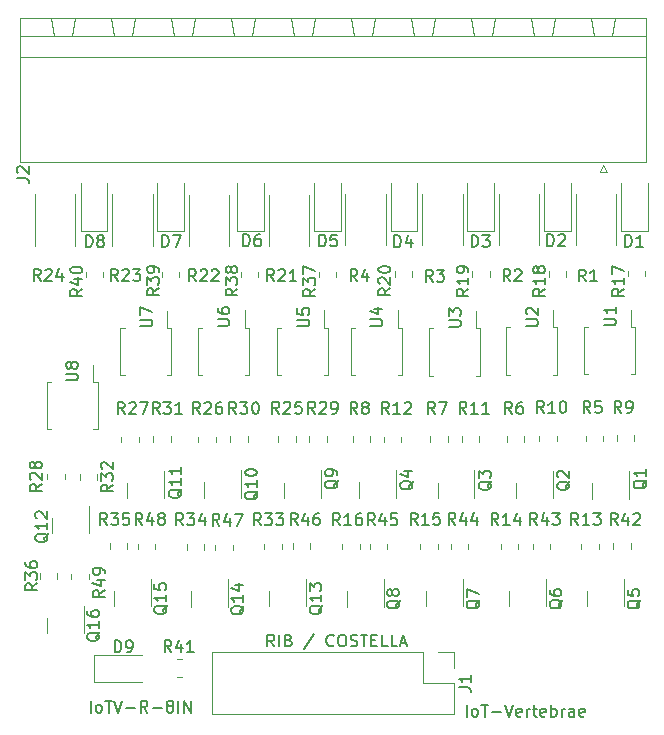
<source format=gbr>
%TF.GenerationSoftware,KiCad,Pcbnew,6.0.7+dfsg-1~bpo11+1*%
%TF.CreationDate,2022-10-12T23:44:01+02:00*%
%TF.ProjectId,rib8in_00,72696238-696e-45f3-9030-2e6b69636164,rev?*%
%TF.SameCoordinates,Original*%
%TF.FileFunction,Legend,Top*%
%TF.FilePolarity,Positive*%
%FSLAX46Y46*%
G04 Gerber Fmt 4.6, Leading zero omitted, Abs format (unit mm)*
G04 Created by KiCad (PCBNEW 6.0.7+dfsg-1~bpo11+1) date 2022-10-12 23:44:01*
%MOMM*%
%LPD*%
G01*
G04 APERTURE LIST*
%ADD10C,0.150000*%
%ADD11C,0.120000*%
G04 APERTURE END LIST*
D10*
X162313809Y-119322380D02*
X162313809Y-118322380D01*
X162932857Y-119322380D02*
X162837619Y-119274761D01*
X162790000Y-119227142D01*
X162742380Y-119131904D01*
X162742380Y-118846190D01*
X162790000Y-118750952D01*
X162837619Y-118703333D01*
X162932857Y-118655714D01*
X163075714Y-118655714D01*
X163170952Y-118703333D01*
X163218571Y-118750952D01*
X163266190Y-118846190D01*
X163266190Y-119131904D01*
X163218571Y-119227142D01*
X163170952Y-119274761D01*
X163075714Y-119322380D01*
X162932857Y-119322380D01*
X163551904Y-118322380D02*
X164123333Y-118322380D01*
X163837619Y-119322380D02*
X163837619Y-118322380D01*
X164456666Y-118941428D02*
X165218571Y-118941428D01*
X165551904Y-118322380D02*
X165885238Y-119322380D01*
X166218571Y-118322380D01*
X166932857Y-119274761D02*
X166837619Y-119322380D01*
X166647142Y-119322380D01*
X166551904Y-119274761D01*
X166504285Y-119179523D01*
X166504285Y-118798571D01*
X166551904Y-118703333D01*
X166647142Y-118655714D01*
X166837619Y-118655714D01*
X166932857Y-118703333D01*
X166980476Y-118798571D01*
X166980476Y-118893809D01*
X166504285Y-118989047D01*
X167409047Y-119322380D02*
X167409047Y-118655714D01*
X167409047Y-118846190D02*
X167456666Y-118750952D01*
X167504285Y-118703333D01*
X167599523Y-118655714D01*
X167694761Y-118655714D01*
X167885238Y-118655714D02*
X168266190Y-118655714D01*
X168028095Y-118322380D02*
X168028095Y-119179523D01*
X168075714Y-119274761D01*
X168170952Y-119322380D01*
X168266190Y-119322380D01*
X168980476Y-119274761D02*
X168885238Y-119322380D01*
X168694761Y-119322380D01*
X168599523Y-119274761D01*
X168551904Y-119179523D01*
X168551904Y-118798571D01*
X168599523Y-118703333D01*
X168694761Y-118655714D01*
X168885238Y-118655714D01*
X168980476Y-118703333D01*
X169028095Y-118798571D01*
X169028095Y-118893809D01*
X168551904Y-118989047D01*
X169456666Y-119322380D02*
X169456666Y-118322380D01*
X169456666Y-118703333D02*
X169551904Y-118655714D01*
X169742380Y-118655714D01*
X169837619Y-118703333D01*
X169885238Y-118750952D01*
X169932857Y-118846190D01*
X169932857Y-119131904D01*
X169885238Y-119227142D01*
X169837619Y-119274761D01*
X169742380Y-119322380D01*
X169551904Y-119322380D01*
X169456666Y-119274761D01*
X170361428Y-119322380D02*
X170361428Y-118655714D01*
X170361428Y-118846190D02*
X170409047Y-118750952D01*
X170456666Y-118703333D01*
X170551904Y-118655714D01*
X170647142Y-118655714D01*
X171409047Y-119322380D02*
X171409047Y-118798571D01*
X171361428Y-118703333D01*
X171266190Y-118655714D01*
X171075714Y-118655714D01*
X170980476Y-118703333D01*
X171409047Y-119274761D02*
X171313809Y-119322380D01*
X171075714Y-119322380D01*
X170980476Y-119274761D01*
X170932857Y-119179523D01*
X170932857Y-119084285D01*
X170980476Y-118989047D01*
X171075714Y-118941428D01*
X171313809Y-118941428D01*
X171409047Y-118893809D01*
X172266190Y-119274761D02*
X172170952Y-119322380D01*
X171980476Y-119322380D01*
X171885238Y-119274761D01*
X171837619Y-119179523D01*
X171837619Y-118798571D01*
X171885238Y-118703333D01*
X171980476Y-118655714D01*
X172170952Y-118655714D01*
X172266190Y-118703333D01*
X172313809Y-118798571D01*
X172313809Y-118893809D01*
X171837619Y-118989047D01*
X130471904Y-118982380D02*
X130471904Y-117982380D01*
X131090952Y-118982380D02*
X130995714Y-118934761D01*
X130948095Y-118887142D01*
X130900476Y-118791904D01*
X130900476Y-118506190D01*
X130948095Y-118410952D01*
X130995714Y-118363333D01*
X131090952Y-118315714D01*
X131233809Y-118315714D01*
X131329047Y-118363333D01*
X131376666Y-118410952D01*
X131424285Y-118506190D01*
X131424285Y-118791904D01*
X131376666Y-118887142D01*
X131329047Y-118934761D01*
X131233809Y-118982380D01*
X131090952Y-118982380D01*
X131710000Y-117982380D02*
X132281428Y-117982380D01*
X131995714Y-118982380D02*
X131995714Y-117982380D01*
X132471904Y-117982380D02*
X132805238Y-118982380D01*
X133138571Y-117982380D01*
X133471904Y-118601428D02*
X134233809Y-118601428D01*
X135281428Y-118982380D02*
X134948095Y-118506190D01*
X134710000Y-118982380D02*
X134710000Y-117982380D01*
X135090952Y-117982380D01*
X135186190Y-118030000D01*
X135233809Y-118077619D01*
X135281428Y-118172857D01*
X135281428Y-118315714D01*
X135233809Y-118410952D01*
X135186190Y-118458571D01*
X135090952Y-118506190D01*
X134710000Y-118506190D01*
X135710000Y-118601428D02*
X136471904Y-118601428D01*
X137090952Y-118410952D02*
X136995714Y-118363333D01*
X136948095Y-118315714D01*
X136900476Y-118220476D01*
X136900476Y-118172857D01*
X136948095Y-118077619D01*
X136995714Y-118030000D01*
X137090952Y-117982380D01*
X137281428Y-117982380D01*
X137376666Y-118030000D01*
X137424285Y-118077619D01*
X137471904Y-118172857D01*
X137471904Y-118220476D01*
X137424285Y-118315714D01*
X137376666Y-118363333D01*
X137281428Y-118410952D01*
X137090952Y-118410952D01*
X136995714Y-118458571D01*
X136948095Y-118506190D01*
X136900476Y-118601428D01*
X136900476Y-118791904D01*
X136948095Y-118887142D01*
X136995714Y-118934761D01*
X137090952Y-118982380D01*
X137281428Y-118982380D01*
X137376666Y-118934761D01*
X137424285Y-118887142D01*
X137471904Y-118791904D01*
X137471904Y-118601428D01*
X137424285Y-118506190D01*
X137376666Y-118458571D01*
X137281428Y-118410952D01*
X137900476Y-118982380D02*
X137900476Y-117982380D01*
X138376666Y-118982380D02*
X138376666Y-117982380D01*
X138948095Y-118982380D01*
X138948095Y-117982380D01*
X146004285Y-113382380D02*
X145670952Y-112906190D01*
X145432857Y-113382380D02*
X145432857Y-112382380D01*
X145813809Y-112382380D01*
X145909047Y-112430000D01*
X145956666Y-112477619D01*
X146004285Y-112572857D01*
X146004285Y-112715714D01*
X145956666Y-112810952D01*
X145909047Y-112858571D01*
X145813809Y-112906190D01*
X145432857Y-112906190D01*
X146432857Y-113382380D02*
X146432857Y-112382380D01*
X147242380Y-112858571D02*
X147385238Y-112906190D01*
X147432857Y-112953809D01*
X147480476Y-113049047D01*
X147480476Y-113191904D01*
X147432857Y-113287142D01*
X147385238Y-113334761D01*
X147290000Y-113382380D01*
X146909047Y-113382380D01*
X146909047Y-112382380D01*
X147242380Y-112382380D01*
X147337619Y-112430000D01*
X147385238Y-112477619D01*
X147432857Y-112572857D01*
X147432857Y-112668095D01*
X147385238Y-112763333D01*
X147337619Y-112810952D01*
X147242380Y-112858571D01*
X146909047Y-112858571D01*
X149385238Y-112334761D02*
X148528095Y-113620476D01*
X151051904Y-113287142D02*
X151004285Y-113334761D01*
X150861428Y-113382380D01*
X150766190Y-113382380D01*
X150623333Y-113334761D01*
X150528095Y-113239523D01*
X150480476Y-113144285D01*
X150432857Y-112953809D01*
X150432857Y-112810952D01*
X150480476Y-112620476D01*
X150528095Y-112525238D01*
X150623333Y-112430000D01*
X150766190Y-112382380D01*
X150861428Y-112382380D01*
X151004285Y-112430000D01*
X151051904Y-112477619D01*
X151670952Y-112382380D02*
X151861428Y-112382380D01*
X151956666Y-112430000D01*
X152051904Y-112525238D01*
X152099523Y-112715714D01*
X152099523Y-113049047D01*
X152051904Y-113239523D01*
X151956666Y-113334761D01*
X151861428Y-113382380D01*
X151670952Y-113382380D01*
X151575714Y-113334761D01*
X151480476Y-113239523D01*
X151432857Y-113049047D01*
X151432857Y-112715714D01*
X151480476Y-112525238D01*
X151575714Y-112430000D01*
X151670952Y-112382380D01*
X152480476Y-113334761D02*
X152623333Y-113382380D01*
X152861428Y-113382380D01*
X152956666Y-113334761D01*
X153004285Y-113287142D01*
X153051904Y-113191904D01*
X153051904Y-113096666D01*
X153004285Y-113001428D01*
X152956666Y-112953809D01*
X152861428Y-112906190D01*
X152670952Y-112858571D01*
X152575714Y-112810952D01*
X152528095Y-112763333D01*
X152480476Y-112668095D01*
X152480476Y-112572857D01*
X152528095Y-112477619D01*
X152575714Y-112430000D01*
X152670952Y-112382380D01*
X152909047Y-112382380D01*
X153051904Y-112430000D01*
X153337619Y-112382380D02*
X153909047Y-112382380D01*
X153623333Y-113382380D02*
X153623333Y-112382380D01*
X154242380Y-112858571D02*
X154575714Y-112858571D01*
X154718571Y-113382380D02*
X154242380Y-113382380D01*
X154242380Y-112382380D01*
X154718571Y-112382380D01*
X155623333Y-113382380D02*
X155147142Y-113382380D01*
X155147142Y-112382380D01*
X156432857Y-113382380D02*
X155956666Y-113382380D01*
X155956666Y-112382380D01*
X156718571Y-113096666D02*
X157194761Y-113096666D01*
X156623333Y-113382380D02*
X156956666Y-112382380D01*
X157290000Y-113382380D01*
%TO.C,Q16*%
X131257619Y-112171428D02*
X131210000Y-112266666D01*
X131114761Y-112361904D01*
X130971904Y-112504761D01*
X130924285Y-112600000D01*
X130924285Y-112695238D01*
X131162380Y-112647619D02*
X131114761Y-112742857D01*
X131019523Y-112838095D01*
X130829047Y-112885714D01*
X130495714Y-112885714D01*
X130305238Y-112838095D01*
X130210000Y-112742857D01*
X130162380Y-112647619D01*
X130162380Y-112457142D01*
X130210000Y-112361904D01*
X130305238Y-112266666D01*
X130495714Y-112219047D01*
X130829047Y-112219047D01*
X131019523Y-112266666D01*
X131114761Y-112361904D01*
X131162380Y-112457142D01*
X131162380Y-112647619D01*
X131162380Y-111266666D02*
X131162380Y-111838095D01*
X131162380Y-111552380D02*
X130162380Y-111552380D01*
X130305238Y-111647619D01*
X130400476Y-111742857D01*
X130448095Y-111838095D01*
X130162380Y-110409523D02*
X130162380Y-110600000D01*
X130210000Y-110695238D01*
X130257619Y-110742857D01*
X130400476Y-110838095D01*
X130590952Y-110885714D01*
X130971904Y-110885714D01*
X131067142Y-110838095D01*
X131114761Y-110790476D01*
X131162380Y-110695238D01*
X131162380Y-110504761D01*
X131114761Y-110409523D01*
X131067142Y-110361904D01*
X130971904Y-110314285D01*
X130733809Y-110314285D01*
X130638571Y-110361904D01*
X130590952Y-110409523D01*
X130543333Y-110504761D01*
X130543333Y-110695238D01*
X130590952Y-110790476D01*
X130638571Y-110838095D01*
X130733809Y-110885714D01*
%TO.C,R25*%
X146437142Y-93672380D02*
X146103809Y-93196190D01*
X145865714Y-93672380D02*
X145865714Y-92672380D01*
X146246666Y-92672380D01*
X146341904Y-92720000D01*
X146389523Y-92767619D01*
X146437142Y-92862857D01*
X146437142Y-93005714D01*
X146389523Y-93100952D01*
X146341904Y-93148571D01*
X146246666Y-93196190D01*
X145865714Y-93196190D01*
X146818095Y-92767619D02*
X146865714Y-92720000D01*
X146960952Y-92672380D01*
X147199047Y-92672380D01*
X147294285Y-92720000D01*
X147341904Y-92767619D01*
X147389523Y-92862857D01*
X147389523Y-92958095D01*
X147341904Y-93100952D01*
X146770476Y-93672380D01*
X147389523Y-93672380D01*
X148294285Y-92672380D02*
X147818095Y-92672380D01*
X147770476Y-93148571D01*
X147818095Y-93100952D01*
X147913333Y-93053333D01*
X148151428Y-93053333D01*
X148246666Y-93100952D01*
X148294285Y-93148571D01*
X148341904Y-93243809D01*
X148341904Y-93481904D01*
X148294285Y-93577142D01*
X148246666Y-93624761D01*
X148151428Y-93672380D01*
X147913333Y-93672380D01*
X147818095Y-93624761D01*
X147770476Y-93577142D01*
%TO.C,Q6*%
X170417619Y-109425238D02*
X170370000Y-109520476D01*
X170274761Y-109615714D01*
X170131904Y-109758571D01*
X170084285Y-109853809D01*
X170084285Y-109949047D01*
X170322380Y-109901428D02*
X170274761Y-109996666D01*
X170179523Y-110091904D01*
X169989047Y-110139523D01*
X169655714Y-110139523D01*
X169465238Y-110091904D01*
X169370000Y-109996666D01*
X169322380Y-109901428D01*
X169322380Y-109710952D01*
X169370000Y-109615714D01*
X169465238Y-109520476D01*
X169655714Y-109472857D01*
X169989047Y-109472857D01*
X170179523Y-109520476D01*
X170274761Y-109615714D01*
X170322380Y-109710952D01*
X170322380Y-109901428D01*
X169322380Y-108615714D02*
X169322380Y-108806190D01*
X169370000Y-108901428D01*
X169417619Y-108949047D01*
X169560476Y-109044285D01*
X169750952Y-109091904D01*
X170131904Y-109091904D01*
X170227142Y-109044285D01*
X170274761Y-108996666D01*
X170322380Y-108901428D01*
X170322380Y-108710952D01*
X170274761Y-108615714D01*
X170227142Y-108568095D01*
X170131904Y-108520476D01*
X169893809Y-108520476D01*
X169798571Y-108568095D01*
X169750952Y-108615714D01*
X169703333Y-108710952D01*
X169703333Y-108901428D01*
X169750952Y-108996666D01*
X169798571Y-109044285D01*
X169893809Y-109091904D01*
%TO.C,R41*%
X137307142Y-113862380D02*
X136973809Y-113386190D01*
X136735714Y-113862380D02*
X136735714Y-112862380D01*
X137116666Y-112862380D01*
X137211904Y-112910000D01*
X137259523Y-112957619D01*
X137307142Y-113052857D01*
X137307142Y-113195714D01*
X137259523Y-113290952D01*
X137211904Y-113338571D01*
X137116666Y-113386190D01*
X136735714Y-113386190D01*
X138164285Y-113195714D02*
X138164285Y-113862380D01*
X137926190Y-112814761D02*
X137688095Y-113529047D01*
X138307142Y-113529047D01*
X139211904Y-113862380D02*
X138640476Y-113862380D01*
X138926190Y-113862380D02*
X138926190Y-112862380D01*
X138830952Y-113005238D01*
X138735714Y-113100476D01*
X138640476Y-113148095D01*
%TO.C,R11*%
X162287142Y-93672380D02*
X161953809Y-93196190D01*
X161715714Y-93672380D02*
X161715714Y-92672380D01*
X162096666Y-92672380D01*
X162191904Y-92720000D01*
X162239523Y-92767619D01*
X162287142Y-92862857D01*
X162287142Y-93005714D01*
X162239523Y-93100952D01*
X162191904Y-93148571D01*
X162096666Y-93196190D01*
X161715714Y-93196190D01*
X163239523Y-93672380D02*
X162668095Y-93672380D01*
X162953809Y-93672380D02*
X162953809Y-92672380D01*
X162858571Y-92815238D01*
X162763333Y-92910476D01*
X162668095Y-92958095D01*
X164191904Y-93672380D02*
X163620476Y-93672380D01*
X163906190Y-93672380D02*
X163906190Y-92672380D01*
X163810952Y-92815238D01*
X163715714Y-92910476D01*
X163620476Y-92958095D01*
%TO.C,R31*%
X136307142Y-93692380D02*
X135973809Y-93216190D01*
X135735714Y-93692380D02*
X135735714Y-92692380D01*
X136116666Y-92692380D01*
X136211904Y-92740000D01*
X136259523Y-92787619D01*
X136307142Y-92882857D01*
X136307142Y-93025714D01*
X136259523Y-93120952D01*
X136211904Y-93168571D01*
X136116666Y-93216190D01*
X135735714Y-93216190D01*
X136640476Y-92692380D02*
X137259523Y-92692380D01*
X136926190Y-93073333D01*
X137069047Y-93073333D01*
X137164285Y-93120952D01*
X137211904Y-93168571D01*
X137259523Y-93263809D01*
X137259523Y-93501904D01*
X137211904Y-93597142D01*
X137164285Y-93644761D01*
X137069047Y-93692380D01*
X136783333Y-93692380D01*
X136688095Y-93644761D01*
X136640476Y-93597142D01*
X138211904Y-93692380D02*
X137640476Y-93692380D01*
X137926190Y-93692380D02*
X137926190Y-92692380D01*
X137830952Y-92835238D01*
X137735714Y-92930476D01*
X137640476Y-92978095D01*
%TO.C,Q1*%
X177547619Y-99285238D02*
X177500000Y-99380476D01*
X177404761Y-99475714D01*
X177261904Y-99618571D01*
X177214285Y-99713809D01*
X177214285Y-99809047D01*
X177452380Y-99761428D02*
X177404761Y-99856666D01*
X177309523Y-99951904D01*
X177119047Y-99999523D01*
X176785714Y-99999523D01*
X176595238Y-99951904D01*
X176500000Y-99856666D01*
X176452380Y-99761428D01*
X176452380Y-99570952D01*
X176500000Y-99475714D01*
X176595238Y-99380476D01*
X176785714Y-99332857D01*
X177119047Y-99332857D01*
X177309523Y-99380476D01*
X177404761Y-99475714D01*
X177452380Y-99570952D01*
X177452380Y-99761428D01*
X177452380Y-98380476D02*
X177452380Y-98951904D01*
X177452380Y-98666190D02*
X176452380Y-98666190D01*
X176595238Y-98761428D01*
X176690476Y-98856666D01*
X176738095Y-98951904D01*
%TO.C,R2*%
X166003333Y-82462380D02*
X165670000Y-81986190D01*
X165431904Y-82462380D02*
X165431904Y-81462380D01*
X165812857Y-81462380D01*
X165908095Y-81510000D01*
X165955714Y-81557619D01*
X166003333Y-81652857D01*
X166003333Y-81795714D01*
X165955714Y-81890952D01*
X165908095Y-81938571D01*
X165812857Y-81986190D01*
X165431904Y-81986190D01*
X166384285Y-81557619D02*
X166431904Y-81510000D01*
X166527142Y-81462380D01*
X166765238Y-81462380D01*
X166860476Y-81510000D01*
X166908095Y-81557619D01*
X166955714Y-81652857D01*
X166955714Y-81748095D01*
X166908095Y-81890952D01*
X166336666Y-82462380D01*
X166955714Y-82462380D01*
%TO.C,U5*%
X147982380Y-86281904D02*
X148791904Y-86281904D01*
X148887142Y-86234285D01*
X148934761Y-86186666D01*
X148982380Y-86091428D01*
X148982380Y-85900952D01*
X148934761Y-85805714D01*
X148887142Y-85758095D01*
X148791904Y-85710476D01*
X147982380Y-85710476D01*
X147982380Y-84758095D02*
X147982380Y-85234285D01*
X148458571Y-85281904D01*
X148410952Y-85234285D01*
X148363333Y-85139047D01*
X148363333Y-84900952D01*
X148410952Y-84805714D01*
X148458571Y-84758095D01*
X148553809Y-84710476D01*
X148791904Y-84710476D01*
X148887142Y-84758095D01*
X148934761Y-84805714D01*
X148982380Y-84900952D01*
X148982380Y-85139047D01*
X148934761Y-85234285D01*
X148887142Y-85281904D01*
%TO.C,R19*%
X162452380Y-83102857D02*
X161976190Y-83436190D01*
X162452380Y-83674285D02*
X161452380Y-83674285D01*
X161452380Y-83293333D01*
X161500000Y-83198095D01*
X161547619Y-83150476D01*
X161642857Y-83102857D01*
X161785714Y-83102857D01*
X161880952Y-83150476D01*
X161928571Y-83198095D01*
X161976190Y-83293333D01*
X161976190Y-83674285D01*
X162452380Y-82150476D02*
X162452380Y-82721904D01*
X162452380Y-82436190D02*
X161452380Y-82436190D01*
X161595238Y-82531428D01*
X161690476Y-82626666D01*
X161738095Y-82721904D01*
X162452380Y-81674285D02*
X162452380Y-81483809D01*
X162404761Y-81388571D01*
X162357142Y-81340952D01*
X162214285Y-81245714D01*
X162023809Y-81198095D01*
X161642857Y-81198095D01*
X161547619Y-81245714D01*
X161500000Y-81293333D01*
X161452380Y-81388571D01*
X161452380Y-81579047D01*
X161500000Y-81674285D01*
X161547619Y-81721904D01*
X161642857Y-81769523D01*
X161880952Y-81769523D01*
X161976190Y-81721904D01*
X162023809Y-81674285D01*
X162071428Y-81579047D01*
X162071428Y-81388571D01*
X162023809Y-81293333D01*
X161976190Y-81245714D01*
X161880952Y-81198095D01*
%TO.C,Q12*%
X126897619Y-103801428D02*
X126850000Y-103896666D01*
X126754761Y-103991904D01*
X126611904Y-104134761D01*
X126564285Y-104230000D01*
X126564285Y-104325238D01*
X126802380Y-104277619D02*
X126754761Y-104372857D01*
X126659523Y-104468095D01*
X126469047Y-104515714D01*
X126135714Y-104515714D01*
X125945238Y-104468095D01*
X125850000Y-104372857D01*
X125802380Y-104277619D01*
X125802380Y-104087142D01*
X125850000Y-103991904D01*
X125945238Y-103896666D01*
X126135714Y-103849047D01*
X126469047Y-103849047D01*
X126659523Y-103896666D01*
X126754761Y-103991904D01*
X126802380Y-104087142D01*
X126802380Y-104277619D01*
X126802380Y-102896666D02*
X126802380Y-103468095D01*
X126802380Y-103182380D02*
X125802380Y-103182380D01*
X125945238Y-103277619D01*
X126040476Y-103372857D01*
X126088095Y-103468095D01*
X125897619Y-102515714D02*
X125850000Y-102468095D01*
X125802380Y-102372857D01*
X125802380Y-102134761D01*
X125850000Y-102039523D01*
X125897619Y-101991904D01*
X125992857Y-101944285D01*
X126088095Y-101944285D01*
X126230952Y-101991904D01*
X126802380Y-102563333D01*
X126802380Y-101944285D01*
%TO.C,Q9*%
X151437619Y-99295238D02*
X151390000Y-99390476D01*
X151294761Y-99485714D01*
X151151904Y-99628571D01*
X151104285Y-99723809D01*
X151104285Y-99819047D01*
X151342380Y-99771428D02*
X151294761Y-99866666D01*
X151199523Y-99961904D01*
X151009047Y-100009523D01*
X150675714Y-100009523D01*
X150485238Y-99961904D01*
X150390000Y-99866666D01*
X150342380Y-99771428D01*
X150342380Y-99580952D01*
X150390000Y-99485714D01*
X150485238Y-99390476D01*
X150675714Y-99342857D01*
X151009047Y-99342857D01*
X151199523Y-99390476D01*
X151294761Y-99485714D01*
X151342380Y-99580952D01*
X151342380Y-99771428D01*
X151342380Y-98866666D02*
X151342380Y-98676190D01*
X151294761Y-98580952D01*
X151247142Y-98533333D01*
X151104285Y-98438095D01*
X150913809Y-98390476D01*
X150532857Y-98390476D01*
X150437619Y-98438095D01*
X150390000Y-98485714D01*
X150342380Y-98580952D01*
X150342380Y-98771428D01*
X150390000Y-98866666D01*
X150437619Y-98914285D01*
X150532857Y-98961904D01*
X150770952Y-98961904D01*
X150866190Y-98914285D01*
X150913809Y-98866666D01*
X150961428Y-98771428D01*
X150961428Y-98580952D01*
X150913809Y-98485714D01*
X150866190Y-98438095D01*
X150770952Y-98390476D01*
%TO.C,Q4*%
X157787619Y-99355238D02*
X157740000Y-99450476D01*
X157644761Y-99545714D01*
X157501904Y-99688571D01*
X157454285Y-99783809D01*
X157454285Y-99879047D01*
X157692380Y-99831428D02*
X157644761Y-99926666D01*
X157549523Y-100021904D01*
X157359047Y-100069523D01*
X157025714Y-100069523D01*
X156835238Y-100021904D01*
X156740000Y-99926666D01*
X156692380Y-99831428D01*
X156692380Y-99640952D01*
X156740000Y-99545714D01*
X156835238Y-99450476D01*
X157025714Y-99402857D01*
X157359047Y-99402857D01*
X157549523Y-99450476D01*
X157644761Y-99545714D01*
X157692380Y-99640952D01*
X157692380Y-99831428D01*
X157025714Y-98545714D02*
X157692380Y-98545714D01*
X156644761Y-98783809D02*
X157359047Y-99021904D01*
X157359047Y-98402857D01*
%TO.C,Q7*%
X163407619Y-109445238D02*
X163360000Y-109540476D01*
X163264761Y-109635714D01*
X163121904Y-109778571D01*
X163074285Y-109873809D01*
X163074285Y-109969047D01*
X163312380Y-109921428D02*
X163264761Y-110016666D01*
X163169523Y-110111904D01*
X162979047Y-110159523D01*
X162645714Y-110159523D01*
X162455238Y-110111904D01*
X162360000Y-110016666D01*
X162312380Y-109921428D01*
X162312380Y-109730952D01*
X162360000Y-109635714D01*
X162455238Y-109540476D01*
X162645714Y-109492857D01*
X162979047Y-109492857D01*
X163169523Y-109540476D01*
X163264761Y-109635714D01*
X163312380Y-109730952D01*
X163312380Y-109921428D01*
X162312380Y-109159523D02*
X162312380Y-108492857D01*
X163312380Y-108921428D01*
%TO.C,U7*%
X134682380Y-86291904D02*
X135491904Y-86291904D01*
X135587142Y-86244285D01*
X135634761Y-86196666D01*
X135682380Y-86101428D01*
X135682380Y-85910952D01*
X135634761Y-85815714D01*
X135587142Y-85768095D01*
X135491904Y-85720476D01*
X134682380Y-85720476D01*
X134682380Y-85339523D02*
X134682380Y-84672857D01*
X135682380Y-85101428D01*
%TO.C,R9*%
X175403333Y-93602380D02*
X175070000Y-93126190D01*
X174831904Y-93602380D02*
X174831904Y-92602380D01*
X175212857Y-92602380D01*
X175308095Y-92650000D01*
X175355714Y-92697619D01*
X175403333Y-92792857D01*
X175403333Y-92935714D01*
X175355714Y-93030952D01*
X175308095Y-93078571D01*
X175212857Y-93126190D01*
X174831904Y-93126190D01*
X175879523Y-93602380D02*
X176070000Y-93602380D01*
X176165238Y-93554761D01*
X176212857Y-93507142D01*
X176308095Y-93364285D01*
X176355714Y-93173809D01*
X176355714Y-92792857D01*
X176308095Y-92697619D01*
X176260476Y-92650000D01*
X176165238Y-92602380D01*
X175974761Y-92602380D01*
X175879523Y-92650000D01*
X175831904Y-92697619D01*
X175784285Y-92792857D01*
X175784285Y-93030952D01*
X175831904Y-93126190D01*
X175879523Y-93173809D01*
X175974761Y-93221428D01*
X176165238Y-93221428D01*
X176260476Y-93173809D01*
X176308095Y-93126190D01*
X176355714Y-93030952D01*
%TO.C,D5*%
X149821904Y-79512380D02*
X149821904Y-78512380D01*
X150060000Y-78512380D01*
X150202857Y-78560000D01*
X150298095Y-78655238D01*
X150345714Y-78750476D01*
X150393333Y-78940952D01*
X150393333Y-79083809D01*
X150345714Y-79274285D01*
X150298095Y-79369523D01*
X150202857Y-79464761D01*
X150060000Y-79512380D01*
X149821904Y-79512380D01*
X151298095Y-78512380D02*
X150821904Y-78512380D01*
X150774285Y-78988571D01*
X150821904Y-78940952D01*
X150917142Y-78893333D01*
X151155238Y-78893333D01*
X151250476Y-78940952D01*
X151298095Y-78988571D01*
X151345714Y-79083809D01*
X151345714Y-79321904D01*
X151298095Y-79417142D01*
X151250476Y-79464761D01*
X151155238Y-79512380D01*
X150917142Y-79512380D01*
X150821904Y-79464761D01*
X150774285Y-79417142D01*
%TO.C,R39*%
X136242380Y-83072857D02*
X135766190Y-83406190D01*
X136242380Y-83644285D02*
X135242380Y-83644285D01*
X135242380Y-83263333D01*
X135290000Y-83168095D01*
X135337619Y-83120476D01*
X135432857Y-83072857D01*
X135575714Y-83072857D01*
X135670952Y-83120476D01*
X135718571Y-83168095D01*
X135766190Y-83263333D01*
X135766190Y-83644285D01*
X135242380Y-82739523D02*
X135242380Y-82120476D01*
X135623333Y-82453809D01*
X135623333Y-82310952D01*
X135670952Y-82215714D01*
X135718571Y-82168095D01*
X135813809Y-82120476D01*
X136051904Y-82120476D01*
X136147142Y-82168095D01*
X136194761Y-82215714D01*
X136242380Y-82310952D01*
X136242380Y-82596666D01*
X136194761Y-82691904D01*
X136147142Y-82739523D01*
X136242380Y-81644285D02*
X136242380Y-81453809D01*
X136194761Y-81358571D01*
X136147142Y-81310952D01*
X136004285Y-81215714D01*
X135813809Y-81168095D01*
X135432857Y-81168095D01*
X135337619Y-81215714D01*
X135290000Y-81263333D01*
X135242380Y-81358571D01*
X135242380Y-81549047D01*
X135290000Y-81644285D01*
X135337619Y-81691904D01*
X135432857Y-81739523D01*
X135670952Y-81739523D01*
X135766190Y-81691904D01*
X135813809Y-81644285D01*
X135861428Y-81549047D01*
X135861428Y-81358571D01*
X135813809Y-81263333D01*
X135766190Y-81215714D01*
X135670952Y-81168095D01*
%TO.C,R44*%
X161357142Y-103072380D02*
X161023809Y-102596190D01*
X160785714Y-103072380D02*
X160785714Y-102072380D01*
X161166666Y-102072380D01*
X161261904Y-102120000D01*
X161309523Y-102167619D01*
X161357142Y-102262857D01*
X161357142Y-102405714D01*
X161309523Y-102500952D01*
X161261904Y-102548571D01*
X161166666Y-102596190D01*
X160785714Y-102596190D01*
X162214285Y-102405714D02*
X162214285Y-103072380D01*
X161976190Y-102024761D02*
X161738095Y-102739047D01*
X162357142Y-102739047D01*
X163166666Y-102405714D02*
X163166666Y-103072380D01*
X162928571Y-102024761D02*
X162690476Y-102739047D01*
X163309523Y-102739047D01*
%TO.C,R36*%
X125942380Y-108052857D02*
X125466190Y-108386190D01*
X125942380Y-108624285D02*
X124942380Y-108624285D01*
X124942380Y-108243333D01*
X124990000Y-108148095D01*
X125037619Y-108100476D01*
X125132857Y-108052857D01*
X125275714Y-108052857D01*
X125370952Y-108100476D01*
X125418571Y-108148095D01*
X125466190Y-108243333D01*
X125466190Y-108624285D01*
X124942380Y-107719523D02*
X124942380Y-107100476D01*
X125323333Y-107433809D01*
X125323333Y-107290952D01*
X125370952Y-107195714D01*
X125418571Y-107148095D01*
X125513809Y-107100476D01*
X125751904Y-107100476D01*
X125847142Y-107148095D01*
X125894761Y-107195714D01*
X125942380Y-107290952D01*
X125942380Y-107576666D01*
X125894761Y-107671904D01*
X125847142Y-107719523D01*
X124942380Y-106243333D02*
X124942380Y-106433809D01*
X124990000Y-106529047D01*
X125037619Y-106576666D01*
X125180476Y-106671904D01*
X125370952Y-106719523D01*
X125751904Y-106719523D01*
X125847142Y-106671904D01*
X125894761Y-106624285D01*
X125942380Y-106529047D01*
X125942380Y-106338571D01*
X125894761Y-106243333D01*
X125847142Y-106195714D01*
X125751904Y-106148095D01*
X125513809Y-106148095D01*
X125418571Y-106195714D01*
X125370952Y-106243333D01*
X125323333Y-106338571D01*
X125323333Y-106529047D01*
X125370952Y-106624285D01*
X125418571Y-106671904D01*
X125513809Y-106719523D01*
%TO.C,R20*%
X155842380Y-83072857D02*
X155366190Y-83406190D01*
X155842380Y-83644285D02*
X154842380Y-83644285D01*
X154842380Y-83263333D01*
X154890000Y-83168095D01*
X154937619Y-83120476D01*
X155032857Y-83072857D01*
X155175714Y-83072857D01*
X155270952Y-83120476D01*
X155318571Y-83168095D01*
X155366190Y-83263333D01*
X155366190Y-83644285D01*
X154937619Y-82691904D02*
X154890000Y-82644285D01*
X154842380Y-82549047D01*
X154842380Y-82310952D01*
X154890000Y-82215714D01*
X154937619Y-82168095D01*
X155032857Y-82120476D01*
X155128095Y-82120476D01*
X155270952Y-82168095D01*
X155842380Y-82739523D01*
X155842380Y-82120476D01*
X154842380Y-81501428D02*
X154842380Y-81406190D01*
X154890000Y-81310952D01*
X154937619Y-81263333D01*
X155032857Y-81215714D01*
X155223333Y-81168095D01*
X155461428Y-81168095D01*
X155651904Y-81215714D01*
X155747142Y-81263333D01*
X155794761Y-81310952D01*
X155842380Y-81406190D01*
X155842380Y-81501428D01*
X155794761Y-81596666D01*
X155747142Y-81644285D01*
X155651904Y-81691904D01*
X155461428Y-81739523D01*
X155223333Y-81739523D01*
X155032857Y-81691904D01*
X154937619Y-81644285D01*
X154890000Y-81596666D01*
X154842380Y-81501428D01*
%TO.C,R42*%
X175087142Y-103102380D02*
X174753809Y-102626190D01*
X174515714Y-103102380D02*
X174515714Y-102102380D01*
X174896666Y-102102380D01*
X174991904Y-102150000D01*
X175039523Y-102197619D01*
X175087142Y-102292857D01*
X175087142Y-102435714D01*
X175039523Y-102530952D01*
X174991904Y-102578571D01*
X174896666Y-102626190D01*
X174515714Y-102626190D01*
X175944285Y-102435714D02*
X175944285Y-103102380D01*
X175706190Y-102054761D02*
X175468095Y-102769047D01*
X176087142Y-102769047D01*
X176420476Y-102197619D02*
X176468095Y-102150000D01*
X176563333Y-102102380D01*
X176801428Y-102102380D01*
X176896666Y-102150000D01*
X176944285Y-102197619D01*
X176991904Y-102292857D01*
X176991904Y-102388095D01*
X176944285Y-102530952D01*
X176372857Y-103102380D01*
X176991904Y-103102380D01*
%TO.C,R22*%
X139397142Y-82462380D02*
X139063809Y-81986190D01*
X138825714Y-82462380D02*
X138825714Y-81462380D01*
X139206666Y-81462380D01*
X139301904Y-81510000D01*
X139349523Y-81557619D01*
X139397142Y-81652857D01*
X139397142Y-81795714D01*
X139349523Y-81890952D01*
X139301904Y-81938571D01*
X139206666Y-81986190D01*
X138825714Y-81986190D01*
X139778095Y-81557619D02*
X139825714Y-81510000D01*
X139920952Y-81462380D01*
X140159047Y-81462380D01*
X140254285Y-81510000D01*
X140301904Y-81557619D01*
X140349523Y-81652857D01*
X140349523Y-81748095D01*
X140301904Y-81890952D01*
X139730476Y-82462380D01*
X140349523Y-82462380D01*
X140730476Y-81557619D02*
X140778095Y-81510000D01*
X140873333Y-81462380D01*
X141111428Y-81462380D01*
X141206666Y-81510000D01*
X141254285Y-81557619D01*
X141301904Y-81652857D01*
X141301904Y-81748095D01*
X141254285Y-81890952D01*
X140682857Y-82462380D01*
X141301904Y-82462380D01*
%TO.C,Q8*%
X156677619Y-109447738D02*
X156630000Y-109542976D01*
X156534761Y-109638214D01*
X156391904Y-109781071D01*
X156344285Y-109876309D01*
X156344285Y-109971547D01*
X156582380Y-109923928D02*
X156534761Y-110019166D01*
X156439523Y-110114404D01*
X156249047Y-110162023D01*
X155915714Y-110162023D01*
X155725238Y-110114404D01*
X155630000Y-110019166D01*
X155582380Y-109923928D01*
X155582380Y-109733452D01*
X155630000Y-109638214D01*
X155725238Y-109542976D01*
X155915714Y-109495357D01*
X156249047Y-109495357D01*
X156439523Y-109542976D01*
X156534761Y-109638214D01*
X156582380Y-109733452D01*
X156582380Y-109923928D01*
X156010952Y-108923928D02*
X155963333Y-109019166D01*
X155915714Y-109066785D01*
X155820476Y-109114404D01*
X155772857Y-109114404D01*
X155677619Y-109066785D01*
X155630000Y-109019166D01*
X155582380Y-108923928D01*
X155582380Y-108733452D01*
X155630000Y-108638214D01*
X155677619Y-108590595D01*
X155772857Y-108542976D01*
X155820476Y-108542976D01*
X155915714Y-108590595D01*
X155963333Y-108638214D01*
X156010952Y-108733452D01*
X156010952Y-108923928D01*
X156058571Y-109019166D01*
X156106190Y-109066785D01*
X156201428Y-109114404D01*
X156391904Y-109114404D01*
X156487142Y-109066785D01*
X156534761Y-109019166D01*
X156582380Y-108923928D01*
X156582380Y-108733452D01*
X156534761Y-108638214D01*
X156487142Y-108590595D01*
X156391904Y-108542976D01*
X156201428Y-108542976D01*
X156106190Y-108590595D01*
X156058571Y-108638214D01*
X156010952Y-108733452D01*
%TO.C,Q10*%
X144637619Y-100221428D02*
X144590000Y-100316666D01*
X144494761Y-100411904D01*
X144351904Y-100554761D01*
X144304285Y-100650000D01*
X144304285Y-100745238D01*
X144542380Y-100697619D02*
X144494761Y-100792857D01*
X144399523Y-100888095D01*
X144209047Y-100935714D01*
X143875714Y-100935714D01*
X143685238Y-100888095D01*
X143590000Y-100792857D01*
X143542380Y-100697619D01*
X143542380Y-100507142D01*
X143590000Y-100411904D01*
X143685238Y-100316666D01*
X143875714Y-100269047D01*
X144209047Y-100269047D01*
X144399523Y-100316666D01*
X144494761Y-100411904D01*
X144542380Y-100507142D01*
X144542380Y-100697619D01*
X144542380Y-99316666D02*
X144542380Y-99888095D01*
X144542380Y-99602380D02*
X143542380Y-99602380D01*
X143685238Y-99697619D01*
X143780476Y-99792857D01*
X143828095Y-99888095D01*
X143542380Y-98697619D02*
X143542380Y-98602380D01*
X143590000Y-98507142D01*
X143637619Y-98459523D01*
X143732857Y-98411904D01*
X143923333Y-98364285D01*
X144161428Y-98364285D01*
X144351904Y-98411904D01*
X144447142Y-98459523D01*
X144494761Y-98507142D01*
X144542380Y-98602380D01*
X144542380Y-98697619D01*
X144494761Y-98792857D01*
X144447142Y-98840476D01*
X144351904Y-98888095D01*
X144161428Y-98935714D01*
X143923333Y-98935714D01*
X143732857Y-98888095D01*
X143637619Y-98840476D01*
X143590000Y-98792857D01*
X143542380Y-98697619D01*
%TO.C,Q14*%
X143457619Y-109938928D02*
X143410000Y-110034166D01*
X143314761Y-110129404D01*
X143171904Y-110272261D01*
X143124285Y-110367500D01*
X143124285Y-110462738D01*
X143362380Y-110415119D02*
X143314761Y-110510357D01*
X143219523Y-110605595D01*
X143029047Y-110653214D01*
X142695714Y-110653214D01*
X142505238Y-110605595D01*
X142410000Y-110510357D01*
X142362380Y-110415119D01*
X142362380Y-110224642D01*
X142410000Y-110129404D01*
X142505238Y-110034166D01*
X142695714Y-109986547D01*
X143029047Y-109986547D01*
X143219523Y-110034166D01*
X143314761Y-110129404D01*
X143362380Y-110224642D01*
X143362380Y-110415119D01*
X143362380Y-109034166D02*
X143362380Y-109605595D01*
X143362380Y-109319880D02*
X142362380Y-109319880D01*
X142505238Y-109415119D01*
X142600476Y-109510357D01*
X142648095Y-109605595D01*
X142695714Y-108177023D02*
X143362380Y-108177023D01*
X142314761Y-108415119D02*
X143029047Y-108653214D01*
X143029047Y-108034166D01*
%TO.C,R4*%
X153053333Y-82452380D02*
X152720000Y-81976190D01*
X152481904Y-82452380D02*
X152481904Y-81452380D01*
X152862857Y-81452380D01*
X152958095Y-81500000D01*
X153005714Y-81547619D01*
X153053333Y-81642857D01*
X153053333Y-81785714D01*
X153005714Y-81880952D01*
X152958095Y-81928571D01*
X152862857Y-81976190D01*
X152481904Y-81976190D01*
X153910476Y-81785714D02*
X153910476Y-82452380D01*
X153672380Y-81404761D02*
X153434285Y-82119047D01*
X154053333Y-82119047D01*
%TO.C,U1*%
X173932380Y-86191904D02*
X174741904Y-86191904D01*
X174837142Y-86144285D01*
X174884761Y-86096666D01*
X174932380Y-86001428D01*
X174932380Y-85810952D01*
X174884761Y-85715714D01*
X174837142Y-85668095D01*
X174741904Y-85620476D01*
X173932380Y-85620476D01*
X174932380Y-84620476D02*
X174932380Y-85191904D01*
X174932380Y-84906190D02*
X173932380Y-84906190D01*
X174075238Y-85001428D01*
X174170476Y-85096666D01*
X174218095Y-85191904D01*
%TO.C,R21*%
X145987142Y-82442380D02*
X145653809Y-81966190D01*
X145415714Y-82442380D02*
X145415714Y-81442380D01*
X145796666Y-81442380D01*
X145891904Y-81490000D01*
X145939523Y-81537619D01*
X145987142Y-81632857D01*
X145987142Y-81775714D01*
X145939523Y-81870952D01*
X145891904Y-81918571D01*
X145796666Y-81966190D01*
X145415714Y-81966190D01*
X146368095Y-81537619D02*
X146415714Y-81490000D01*
X146510952Y-81442380D01*
X146749047Y-81442380D01*
X146844285Y-81490000D01*
X146891904Y-81537619D01*
X146939523Y-81632857D01*
X146939523Y-81728095D01*
X146891904Y-81870952D01*
X146320476Y-82442380D01*
X146939523Y-82442380D01*
X147891904Y-82442380D02*
X147320476Y-82442380D01*
X147606190Y-82442380D02*
X147606190Y-81442380D01*
X147510952Y-81585238D01*
X147415714Y-81680476D01*
X147320476Y-81728095D01*
%TO.C,R29*%
X149477142Y-93672380D02*
X149143809Y-93196190D01*
X148905714Y-93672380D02*
X148905714Y-92672380D01*
X149286666Y-92672380D01*
X149381904Y-92720000D01*
X149429523Y-92767619D01*
X149477142Y-92862857D01*
X149477142Y-93005714D01*
X149429523Y-93100952D01*
X149381904Y-93148571D01*
X149286666Y-93196190D01*
X148905714Y-93196190D01*
X149858095Y-92767619D02*
X149905714Y-92720000D01*
X150000952Y-92672380D01*
X150239047Y-92672380D01*
X150334285Y-92720000D01*
X150381904Y-92767619D01*
X150429523Y-92862857D01*
X150429523Y-92958095D01*
X150381904Y-93100952D01*
X149810476Y-93672380D01*
X150429523Y-93672380D01*
X150905714Y-93672380D02*
X151096190Y-93672380D01*
X151191428Y-93624761D01*
X151239047Y-93577142D01*
X151334285Y-93434285D01*
X151381904Y-93243809D01*
X151381904Y-92862857D01*
X151334285Y-92767619D01*
X151286666Y-92720000D01*
X151191428Y-92672380D01*
X151000952Y-92672380D01*
X150905714Y-92720000D01*
X150858095Y-92767619D01*
X150810476Y-92862857D01*
X150810476Y-93100952D01*
X150858095Y-93196190D01*
X150905714Y-93243809D01*
X151000952Y-93291428D01*
X151191428Y-93291428D01*
X151286666Y-93243809D01*
X151334285Y-93196190D01*
X151381904Y-93100952D01*
%TO.C,D6*%
X143381904Y-79492380D02*
X143381904Y-78492380D01*
X143620000Y-78492380D01*
X143762857Y-78540000D01*
X143858095Y-78635238D01*
X143905714Y-78730476D01*
X143953333Y-78920952D01*
X143953333Y-79063809D01*
X143905714Y-79254285D01*
X143858095Y-79349523D01*
X143762857Y-79444761D01*
X143620000Y-79492380D01*
X143381904Y-79492380D01*
X144810476Y-78492380D02*
X144620000Y-78492380D01*
X144524761Y-78540000D01*
X144477142Y-78587619D01*
X144381904Y-78730476D01*
X144334285Y-78920952D01*
X144334285Y-79301904D01*
X144381904Y-79397142D01*
X144429523Y-79444761D01*
X144524761Y-79492380D01*
X144715238Y-79492380D01*
X144810476Y-79444761D01*
X144858095Y-79397142D01*
X144905714Y-79301904D01*
X144905714Y-79063809D01*
X144858095Y-78968571D01*
X144810476Y-78920952D01*
X144715238Y-78873333D01*
X144524761Y-78873333D01*
X144429523Y-78920952D01*
X144381904Y-78968571D01*
X144334285Y-79063809D01*
%TO.C,U4*%
X154162380Y-86261904D02*
X154971904Y-86261904D01*
X155067142Y-86214285D01*
X155114761Y-86166666D01*
X155162380Y-86071428D01*
X155162380Y-85880952D01*
X155114761Y-85785714D01*
X155067142Y-85738095D01*
X154971904Y-85690476D01*
X154162380Y-85690476D01*
X154495714Y-84785714D02*
X155162380Y-84785714D01*
X154114761Y-85023809D02*
X154829047Y-85261904D01*
X154829047Y-84642857D01*
%TO.C,U6*%
X141222380Y-86231904D02*
X142031904Y-86231904D01*
X142127142Y-86184285D01*
X142174761Y-86136666D01*
X142222380Y-86041428D01*
X142222380Y-85850952D01*
X142174761Y-85755714D01*
X142127142Y-85708095D01*
X142031904Y-85660476D01*
X141222380Y-85660476D01*
X141222380Y-84755714D02*
X141222380Y-84946190D01*
X141270000Y-85041428D01*
X141317619Y-85089047D01*
X141460476Y-85184285D01*
X141650952Y-85231904D01*
X142031904Y-85231904D01*
X142127142Y-85184285D01*
X142174761Y-85136666D01*
X142222380Y-85041428D01*
X142222380Y-84850952D01*
X142174761Y-84755714D01*
X142127142Y-84708095D01*
X142031904Y-84660476D01*
X141793809Y-84660476D01*
X141698571Y-84708095D01*
X141650952Y-84755714D01*
X141603333Y-84850952D01*
X141603333Y-85041428D01*
X141650952Y-85136666D01*
X141698571Y-85184285D01*
X141793809Y-85231904D01*
%TO.C,Q5*%
X177027619Y-109445238D02*
X176980000Y-109540476D01*
X176884761Y-109635714D01*
X176741904Y-109778571D01*
X176694285Y-109873809D01*
X176694285Y-109969047D01*
X176932380Y-109921428D02*
X176884761Y-110016666D01*
X176789523Y-110111904D01*
X176599047Y-110159523D01*
X176265714Y-110159523D01*
X176075238Y-110111904D01*
X175980000Y-110016666D01*
X175932380Y-109921428D01*
X175932380Y-109730952D01*
X175980000Y-109635714D01*
X176075238Y-109540476D01*
X176265714Y-109492857D01*
X176599047Y-109492857D01*
X176789523Y-109540476D01*
X176884761Y-109635714D01*
X176932380Y-109730952D01*
X176932380Y-109921428D01*
X175932380Y-108588095D02*
X175932380Y-109064285D01*
X176408571Y-109111904D01*
X176360952Y-109064285D01*
X176313333Y-108969047D01*
X176313333Y-108730952D01*
X176360952Y-108635714D01*
X176408571Y-108588095D01*
X176503809Y-108540476D01*
X176741904Y-108540476D01*
X176837142Y-108588095D01*
X176884761Y-108635714D01*
X176932380Y-108730952D01*
X176932380Y-108969047D01*
X176884761Y-109064285D01*
X176837142Y-109111904D01*
%TO.C,Q11*%
X138187619Y-100061428D02*
X138140000Y-100156666D01*
X138044761Y-100251904D01*
X137901904Y-100394761D01*
X137854285Y-100490000D01*
X137854285Y-100585238D01*
X138092380Y-100537619D02*
X138044761Y-100632857D01*
X137949523Y-100728095D01*
X137759047Y-100775714D01*
X137425714Y-100775714D01*
X137235238Y-100728095D01*
X137140000Y-100632857D01*
X137092380Y-100537619D01*
X137092380Y-100347142D01*
X137140000Y-100251904D01*
X137235238Y-100156666D01*
X137425714Y-100109047D01*
X137759047Y-100109047D01*
X137949523Y-100156666D01*
X138044761Y-100251904D01*
X138092380Y-100347142D01*
X138092380Y-100537619D01*
X138092380Y-99156666D02*
X138092380Y-99728095D01*
X138092380Y-99442380D02*
X137092380Y-99442380D01*
X137235238Y-99537619D01*
X137330476Y-99632857D01*
X137378095Y-99728095D01*
X138092380Y-98204285D02*
X138092380Y-98775714D01*
X138092380Y-98490000D02*
X137092380Y-98490000D01*
X137235238Y-98585238D01*
X137330476Y-98680476D01*
X137378095Y-98775714D01*
%TO.C,R43*%
X168267142Y-103082380D02*
X167933809Y-102606190D01*
X167695714Y-103082380D02*
X167695714Y-102082380D01*
X168076666Y-102082380D01*
X168171904Y-102130000D01*
X168219523Y-102177619D01*
X168267142Y-102272857D01*
X168267142Y-102415714D01*
X168219523Y-102510952D01*
X168171904Y-102558571D01*
X168076666Y-102606190D01*
X167695714Y-102606190D01*
X169124285Y-102415714D02*
X169124285Y-103082380D01*
X168886190Y-102034761D02*
X168648095Y-102749047D01*
X169267142Y-102749047D01*
X169552857Y-102082380D02*
X170171904Y-102082380D01*
X169838571Y-102463333D01*
X169981428Y-102463333D01*
X170076666Y-102510952D01*
X170124285Y-102558571D01*
X170171904Y-102653809D01*
X170171904Y-102891904D01*
X170124285Y-102987142D01*
X170076666Y-103034761D01*
X169981428Y-103082380D01*
X169695714Y-103082380D01*
X169600476Y-103034761D01*
X169552857Y-102987142D01*
%TO.C,D8*%
X130061904Y-79582380D02*
X130061904Y-78582380D01*
X130300000Y-78582380D01*
X130442857Y-78630000D01*
X130538095Y-78725238D01*
X130585714Y-78820476D01*
X130633333Y-79010952D01*
X130633333Y-79153809D01*
X130585714Y-79344285D01*
X130538095Y-79439523D01*
X130442857Y-79534761D01*
X130300000Y-79582380D01*
X130061904Y-79582380D01*
X131204761Y-79010952D02*
X131109523Y-78963333D01*
X131061904Y-78915714D01*
X131014285Y-78820476D01*
X131014285Y-78772857D01*
X131061904Y-78677619D01*
X131109523Y-78630000D01*
X131204761Y-78582380D01*
X131395238Y-78582380D01*
X131490476Y-78630000D01*
X131538095Y-78677619D01*
X131585714Y-78772857D01*
X131585714Y-78820476D01*
X131538095Y-78915714D01*
X131490476Y-78963333D01*
X131395238Y-79010952D01*
X131204761Y-79010952D01*
X131109523Y-79058571D01*
X131061904Y-79106190D01*
X131014285Y-79201428D01*
X131014285Y-79391904D01*
X131061904Y-79487142D01*
X131109523Y-79534761D01*
X131204761Y-79582380D01*
X131395238Y-79582380D01*
X131490476Y-79534761D01*
X131538095Y-79487142D01*
X131585714Y-79391904D01*
X131585714Y-79201428D01*
X131538095Y-79106190D01*
X131490476Y-79058571D01*
X131395238Y-79010952D01*
%TO.C,R49*%
X131652380Y-108632857D02*
X131176190Y-108966190D01*
X131652380Y-109204285D02*
X130652380Y-109204285D01*
X130652380Y-108823333D01*
X130700000Y-108728095D01*
X130747619Y-108680476D01*
X130842857Y-108632857D01*
X130985714Y-108632857D01*
X131080952Y-108680476D01*
X131128571Y-108728095D01*
X131176190Y-108823333D01*
X131176190Y-109204285D01*
X130985714Y-107775714D02*
X131652380Y-107775714D01*
X130604761Y-108013809D02*
X131319047Y-108251904D01*
X131319047Y-107632857D01*
X131652380Y-107204285D02*
X131652380Y-107013809D01*
X131604761Y-106918571D01*
X131557142Y-106870952D01*
X131414285Y-106775714D01*
X131223809Y-106728095D01*
X130842857Y-106728095D01*
X130747619Y-106775714D01*
X130700000Y-106823333D01*
X130652380Y-106918571D01*
X130652380Y-107109047D01*
X130700000Y-107204285D01*
X130747619Y-107251904D01*
X130842857Y-107299523D01*
X131080952Y-107299523D01*
X131176190Y-107251904D01*
X131223809Y-107204285D01*
X131271428Y-107109047D01*
X131271428Y-106918571D01*
X131223809Y-106823333D01*
X131176190Y-106775714D01*
X131080952Y-106728095D01*
%TO.C,J1*%
X161657380Y-116828333D02*
X162371666Y-116828333D01*
X162514523Y-116875952D01*
X162609761Y-116971190D01*
X162657380Y-117114047D01*
X162657380Y-117209285D01*
X162657380Y-115828333D02*
X162657380Y-116399761D01*
X162657380Y-116114047D02*
X161657380Y-116114047D01*
X161800238Y-116209285D01*
X161895476Y-116304523D01*
X161943095Y-116399761D01*
%TO.C,R15*%
X158147142Y-103082380D02*
X157813809Y-102606190D01*
X157575714Y-103082380D02*
X157575714Y-102082380D01*
X157956666Y-102082380D01*
X158051904Y-102130000D01*
X158099523Y-102177619D01*
X158147142Y-102272857D01*
X158147142Y-102415714D01*
X158099523Y-102510952D01*
X158051904Y-102558571D01*
X157956666Y-102606190D01*
X157575714Y-102606190D01*
X159099523Y-103082380D02*
X158528095Y-103082380D01*
X158813809Y-103082380D02*
X158813809Y-102082380D01*
X158718571Y-102225238D01*
X158623333Y-102320476D01*
X158528095Y-102368095D01*
X160004285Y-102082380D02*
X159528095Y-102082380D01*
X159480476Y-102558571D01*
X159528095Y-102510952D01*
X159623333Y-102463333D01*
X159861428Y-102463333D01*
X159956666Y-102510952D01*
X160004285Y-102558571D01*
X160051904Y-102653809D01*
X160051904Y-102891904D01*
X160004285Y-102987142D01*
X159956666Y-103034761D01*
X159861428Y-103082380D01*
X159623333Y-103082380D01*
X159528095Y-103034761D01*
X159480476Y-102987142D01*
%TO.C,R13*%
X171747142Y-103082380D02*
X171413809Y-102606190D01*
X171175714Y-103082380D02*
X171175714Y-102082380D01*
X171556666Y-102082380D01*
X171651904Y-102130000D01*
X171699523Y-102177619D01*
X171747142Y-102272857D01*
X171747142Y-102415714D01*
X171699523Y-102510952D01*
X171651904Y-102558571D01*
X171556666Y-102606190D01*
X171175714Y-102606190D01*
X172699523Y-103082380D02*
X172128095Y-103082380D01*
X172413809Y-103082380D02*
X172413809Y-102082380D01*
X172318571Y-102225238D01*
X172223333Y-102320476D01*
X172128095Y-102368095D01*
X173032857Y-102082380D02*
X173651904Y-102082380D01*
X173318571Y-102463333D01*
X173461428Y-102463333D01*
X173556666Y-102510952D01*
X173604285Y-102558571D01*
X173651904Y-102653809D01*
X173651904Y-102891904D01*
X173604285Y-102987142D01*
X173556666Y-103034761D01*
X173461428Y-103082380D01*
X173175714Y-103082380D01*
X173080476Y-103034761D01*
X173032857Y-102987142D01*
%TO.C,R32*%
X132352380Y-99682857D02*
X131876190Y-100016190D01*
X132352380Y-100254285D02*
X131352380Y-100254285D01*
X131352380Y-99873333D01*
X131400000Y-99778095D01*
X131447619Y-99730476D01*
X131542857Y-99682857D01*
X131685714Y-99682857D01*
X131780952Y-99730476D01*
X131828571Y-99778095D01*
X131876190Y-99873333D01*
X131876190Y-100254285D01*
X131352380Y-99349523D02*
X131352380Y-98730476D01*
X131733333Y-99063809D01*
X131733333Y-98920952D01*
X131780952Y-98825714D01*
X131828571Y-98778095D01*
X131923809Y-98730476D01*
X132161904Y-98730476D01*
X132257142Y-98778095D01*
X132304761Y-98825714D01*
X132352380Y-98920952D01*
X132352380Y-99206666D01*
X132304761Y-99301904D01*
X132257142Y-99349523D01*
X131447619Y-98349523D02*
X131400000Y-98301904D01*
X131352380Y-98206666D01*
X131352380Y-97968571D01*
X131400000Y-97873333D01*
X131447619Y-97825714D01*
X131542857Y-97778095D01*
X131638095Y-97778095D01*
X131780952Y-97825714D01*
X132352380Y-98397142D01*
X132352380Y-97778095D01*
%TO.C,R26*%
X139717142Y-93702380D02*
X139383809Y-93226190D01*
X139145714Y-93702380D02*
X139145714Y-92702380D01*
X139526666Y-92702380D01*
X139621904Y-92750000D01*
X139669523Y-92797619D01*
X139717142Y-92892857D01*
X139717142Y-93035714D01*
X139669523Y-93130952D01*
X139621904Y-93178571D01*
X139526666Y-93226190D01*
X139145714Y-93226190D01*
X140098095Y-92797619D02*
X140145714Y-92750000D01*
X140240952Y-92702380D01*
X140479047Y-92702380D01*
X140574285Y-92750000D01*
X140621904Y-92797619D01*
X140669523Y-92892857D01*
X140669523Y-92988095D01*
X140621904Y-93130952D01*
X140050476Y-93702380D01*
X140669523Y-93702380D01*
X141526666Y-92702380D02*
X141336190Y-92702380D01*
X141240952Y-92750000D01*
X141193333Y-92797619D01*
X141098095Y-92940476D01*
X141050476Y-93130952D01*
X141050476Y-93511904D01*
X141098095Y-93607142D01*
X141145714Y-93654761D01*
X141240952Y-93702380D01*
X141431428Y-93702380D01*
X141526666Y-93654761D01*
X141574285Y-93607142D01*
X141621904Y-93511904D01*
X141621904Y-93273809D01*
X141574285Y-93178571D01*
X141526666Y-93130952D01*
X141431428Y-93083333D01*
X141240952Y-93083333D01*
X141145714Y-93130952D01*
X141098095Y-93178571D01*
X141050476Y-93273809D01*
%TO.C,Q13*%
X150097619Y-109898928D02*
X150050000Y-109994166D01*
X149954761Y-110089404D01*
X149811904Y-110232261D01*
X149764285Y-110327500D01*
X149764285Y-110422738D01*
X150002380Y-110375119D02*
X149954761Y-110470357D01*
X149859523Y-110565595D01*
X149669047Y-110613214D01*
X149335714Y-110613214D01*
X149145238Y-110565595D01*
X149050000Y-110470357D01*
X149002380Y-110375119D01*
X149002380Y-110184642D01*
X149050000Y-110089404D01*
X149145238Y-109994166D01*
X149335714Y-109946547D01*
X149669047Y-109946547D01*
X149859523Y-109994166D01*
X149954761Y-110089404D01*
X150002380Y-110184642D01*
X150002380Y-110375119D01*
X150002380Y-108994166D02*
X150002380Y-109565595D01*
X150002380Y-109279880D02*
X149002380Y-109279880D01*
X149145238Y-109375119D01*
X149240476Y-109470357D01*
X149288095Y-109565595D01*
X149002380Y-108660833D02*
X149002380Y-108041785D01*
X149383333Y-108375119D01*
X149383333Y-108232261D01*
X149430952Y-108137023D01*
X149478571Y-108089404D01*
X149573809Y-108041785D01*
X149811904Y-108041785D01*
X149907142Y-108089404D01*
X149954761Y-108137023D01*
X150002380Y-108232261D01*
X150002380Y-108517976D01*
X149954761Y-108613214D01*
X149907142Y-108660833D01*
%TO.C,R40*%
X129752380Y-83122857D02*
X129276190Y-83456190D01*
X129752380Y-83694285D02*
X128752380Y-83694285D01*
X128752380Y-83313333D01*
X128800000Y-83218095D01*
X128847619Y-83170476D01*
X128942857Y-83122857D01*
X129085714Y-83122857D01*
X129180952Y-83170476D01*
X129228571Y-83218095D01*
X129276190Y-83313333D01*
X129276190Y-83694285D01*
X129085714Y-82265714D02*
X129752380Y-82265714D01*
X128704761Y-82503809D02*
X129419047Y-82741904D01*
X129419047Y-82122857D01*
X128752380Y-81551428D02*
X128752380Y-81456190D01*
X128800000Y-81360952D01*
X128847619Y-81313333D01*
X128942857Y-81265714D01*
X129133333Y-81218095D01*
X129371428Y-81218095D01*
X129561904Y-81265714D01*
X129657142Y-81313333D01*
X129704761Y-81360952D01*
X129752380Y-81456190D01*
X129752380Y-81551428D01*
X129704761Y-81646666D01*
X129657142Y-81694285D01*
X129561904Y-81741904D01*
X129371428Y-81789523D01*
X129133333Y-81789523D01*
X128942857Y-81741904D01*
X128847619Y-81694285D01*
X128800000Y-81646666D01*
X128752380Y-81551428D01*
%TO.C,D4*%
X156181904Y-79582380D02*
X156181904Y-78582380D01*
X156420000Y-78582380D01*
X156562857Y-78630000D01*
X156658095Y-78725238D01*
X156705714Y-78820476D01*
X156753333Y-79010952D01*
X156753333Y-79153809D01*
X156705714Y-79344285D01*
X156658095Y-79439523D01*
X156562857Y-79534761D01*
X156420000Y-79582380D01*
X156181904Y-79582380D01*
X157610476Y-78915714D02*
X157610476Y-79582380D01*
X157372380Y-78534761D02*
X157134285Y-79249047D01*
X157753333Y-79249047D01*
%TO.C,R17*%
X175612380Y-83102857D02*
X175136190Y-83436190D01*
X175612380Y-83674285D02*
X174612380Y-83674285D01*
X174612380Y-83293333D01*
X174660000Y-83198095D01*
X174707619Y-83150476D01*
X174802857Y-83102857D01*
X174945714Y-83102857D01*
X175040952Y-83150476D01*
X175088571Y-83198095D01*
X175136190Y-83293333D01*
X175136190Y-83674285D01*
X175612380Y-82150476D02*
X175612380Y-82721904D01*
X175612380Y-82436190D02*
X174612380Y-82436190D01*
X174755238Y-82531428D01*
X174850476Y-82626666D01*
X174898095Y-82721904D01*
X174612380Y-81817142D02*
X174612380Y-81150476D01*
X175612380Y-81579047D01*
%TO.C,D1*%
X175731904Y-79532380D02*
X175731904Y-78532380D01*
X175970000Y-78532380D01*
X176112857Y-78580000D01*
X176208095Y-78675238D01*
X176255714Y-78770476D01*
X176303333Y-78960952D01*
X176303333Y-79103809D01*
X176255714Y-79294285D01*
X176208095Y-79389523D01*
X176112857Y-79484761D01*
X175970000Y-79532380D01*
X175731904Y-79532380D01*
X177255714Y-79532380D02*
X176684285Y-79532380D01*
X176970000Y-79532380D02*
X176970000Y-78532380D01*
X176874761Y-78675238D01*
X176779523Y-78770476D01*
X176684285Y-78818095D01*
%TO.C,R28*%
X126332380Y-99642857D02*
X125856190Y-99976190D01*
X126332380Y-100214285D02*
X125332380Y-100214285D01*
X125332380Y-99833333D01*
X125380000Y-99738095D01*
X125427619Y-99690476D01*
X125522857Y-99642857D01*
X125665714Y-99642857D01*
X125760952Y-99690476D01*
X125808571Y-99738095D01*
X125856190Y-99833333D01*
X125856190Y-100214285D01*
X125427619Y-99261904D02*
X125380000Y-99214285D01*
X125332380Y-99119047D01*
X125332380Y-98880952D01*
X125380000Y-98785714D01*
X125427619Y-98738095D01*
X125522857Y-98690476D01*
X125618095Y-98690476D01*
X125760952Y-98738095D01*
X126332380Y-99309523D01*
X126332380Y-98690476D01*
X125760952Y-98119047D02*
X125713333Y-98214285D01*
X125665714Y-98261904D01*
X125570476Y-98309523D01*
X125522857Y-98309523D01*
X125427619Y-98261904D01*
X125380000Y-98214285D01*
X125332380Y-98119047D01*
X125332380Y-97928571D01*
X125380000Y-97833333D01*
X125427619Y-97785714D01*
X125522857Y-97738095D01*
X125570476Y-97738095D01*
X125665714Y-97785714D01*
X125713333Y-97833333D01*
X125760952Y-97928571D01*
X125760952Y-98119047D01*
X125808571Y-98214285D01*
X125856190Y-98261904D01*
X125951428Y-98309523D01*
X126141904Y-98309523D01*
X126237142Y-98261904D01*
X126284761Y-98214285D01*
X126332380Y-98119047D01*
X126332380Y-97928571D01*
X126284761Y-97833333D01*
X126237142Y-97785714D01*
X126141904Y-97738095D01*
X125951428Y-97738095D01*
X125856190Y-97785714D01*
X125808571Y-97833333D01*
X125760952Y-97928571D01*
%TO.C,Q15*%
X136967619Y-109891428D02*
X136920000Y-109986666D01*
X136824761Y-110081904D01*
X136681904Y-110224761D01*
X136634285Y-110320000D01*
X136634285Y-110415238D01*
X136872380Y-110367619D02*
X136824761Y-110462857D01*
X136729523Y-110558095D01*
X136539047Y-110605714D01*
X136205714Y-110605714D01*
X136015238Y-110558095D01*
X135920000Y-110462857D01*
X135872380Y-110367619D01*
X135872380Y-110177142D01*
X135920000Y-110081904D01*
X136015238Y-109986666D01*
X136205714Y-109939047D01*
X136539047Y-109939047D01*
X136729523Y-109986666D01*
X136824761Y-110081904D01*
X136872380Y-110177142D01*
X136872380Y-110367619D01*
X136872380Y-108986666D02*
X136872380Y-109558095D01*
X136872380Y-109272380D02*
X135872380Y-109272380D01*
X136015238Y-109367619D01*
X136110476Y-109462857D01*
X136158095Y-109558095D01*
X135872380Y-108081904D02*
X135872380Y-108558095D01*
X136348571Y-108605714D01*
X136300952Y-108558095D01*
X136253333Y-108462857D01*
X136253333Y-108224761D01*
X136300952Y-108129523D01*
X136348571Y-108081904D01*
X136443809Y-108034285D01*
X136681904Y-108034285D01*
X136777142Y-108081904D01*
X136824761Y-108129523D01*
X136872380Y-108224761D01*
X136872380Y-108462857D01*
X136824761Y-108558095D01*
X136777142Y-108605714D01*
%TO.C,R10*%
X168837142Y-93622380D02*
X168503809Y-93146190D01*
X168265714Y-93622380D02*
X168265714Y-92622380D01*
X168646666Y-92622380D01*
X168741904Y-92670000D01*
X168789523Y-92717619D01*
X168837142Y-92812857D01*
X168837142Y-92955714D01*
X168789523Y-93050952D01*
X168741904Y-93098571D01*
X168646666Y-93146190D01*
X168265714Y-93146190D01*
X169789523Y-93622380D02*
X169218095Y-93622380D01*
X169503809Y-93622380D02*
X169503809Y-92622380D01*
X169408571Y-92765238D01*
X169313333Y-92860476D01*
X169218095Y-92908095D01*
X170408571Y-92622380D02*
X170503809Y-92622380D01*
X170599047Y-92670000D01*
X170646666Y-92717619D01*
X170694285Y-92812857D01*
X170741904Y-93003333D01*
X170741904Y-93241428D01*
X170694285Y-93431904D01*
X170646666Y-93527142D01*
X170599047Y-93574761D01*
X170503809Y-93622380D01*
X170408571Y-93622380D01*
X170313333Y-93574761D01*
X170265714Y-93527142D01*
X170218095Y-93431904D01*
X170170476Y-93241428D01*
X170170476Y-93003333D01*
X170218095Y-92812857D01*
X170265714Y-92717619D01*
X170313333Y-92670000D01*
X170408571Y-92622380D01*
%TO.C,R46*%
X147987142Y-103092380D02*
X147653809Y-102616190D01*
X147415714Y-103092380D02*
X147415714Y-102092380D01*
X147796666Y-102092380D01*
X147891904Y-102140000D01*
X147939523Y-102187619D01*
X147987142Y-102282857D01*
X147987142Y-102425714D01*
X147939523Y-102520952D01*
X147891904Y-102568571D01*
X147796666Y-102616190D01*
X147415714Y-102616190D01*
X148844285Y-102425714D02*
X148844285Y-103092380D01*
X148606190Y-102044761D02*
X148368095Y-102759047D01*
X148987142Y-102759047D01*
X149796666Y-102092380D02*
X149606190Y-102092380D01*
X149510952Y-102140000D01*
X149463333Y-102187619D01*
X149368095Y-102330476D01*
X149320476Y-102520952D01*
X149320476Y-102901904D01*
X149368095Y-102997142D01*
X149415714Y-103044761D01*
X149510952Y-103092380D01*
X149701428Y-103092380D01*
X149796666Y-103044761D01*
X149844285Y-102997142D01*
X149891904Y-102901904D01*
X149891904Y-102663809D01*
X149844285Y-102568571D01*
X149796666Y-102520952D01*
X149701428Y-102473333D01*
X149510952Y-102473333D01*
X149415714Y-102520952D01*
X149368095Y-102568571D01*
X149320476Y-102663809D01*
%TO.C,R24*%
X126227142Y-82422380D02*
X125893809Y-81946190D01*
X125655714Y-82422380D02*
X125655714Y-81422380D01*
X126036666Y-81422380D01*
X126131904Y-81470000D01*
X126179523Y-81517619D01*
X126227142Y-81612857D01*
X126227142Y-81755714D01*
X126179523Y-81850952D01*
X126131904Y-81898571D01*
X126036666Y-81946190D01*
X125655714Y-81946190D01*
X126608095Y-81517619D02*
X126655714Y-81470000D01*
X126750952Y-81422380D01*
X126989047Y-81422380D01*
X127084285Y-81470000D01*
X127131904Y-81517619D01*
X127179523Y-81612857D01*
X127179523Y-81708095D01*
X127131904Y-81850952D01*
X126560476Y-82422380D01*
X127179523Y-82422380D01*
X128036666Y-81755714D02*
X128036666Y-82422380D01*
X127798571Y-81374761D02*
X127560476Y-82089047D01*
X128179523Y-82089047D01*
%TO.C,R12*%
X155727142Y-93692380D02*
X155393809Y-93216190D01*
X155155714Y-93692380D02*
X155155714Y-92692380D01*
X155536666Y-92692380D01*
X155631904Y-92740000D01*
X155679523Y-92787619D01*
X155727142Y-92882857D01*
X155727142Y-93025714D01*
X155679523Y-93120952D01*
X155631904Y-93168571D01*
X155536666Y-93216190D01*
X155155714Y-93216190D01*
X156679523Y-93692380D02*
X156108095Y-93692380D01*
X156393809Y-93692380D02*
X156393809Y-92692380D01*
X156298571Y-92835238D01*
X156203333Y-92930476D01*
X156108095Y-92978095D01*
X157060476Y-92787619D02*
X157108095Y-92740000D01*
X157203333Y-92692380D01*
X157441428Y-92692380D01*
X157536666Y-92740000D01*
X157584285Y-92787619D01*
X157631904Y-92882857D01*
X157631904Y-92978095D01*
X157584285Y-93120952D01*
X157012857Y-93692380D01*
X157631904Y-93692380D01*
%TO.C,U8*%
X128402380Y-90851904D02*
X129211904Y-90851904D01*
X129307142Y-90804285D01*
X129354761Y-90756666D01*
X129402380Y-90661428D01*
X129402380Y-90470952D01*
X129354761Y-90375714D01*
X129307142Y-90328095D01*
X129211904Y-90280476D01*
X128402380Y-90280476D01*
X128830952Y-89661428D02*
X128783333Y-89756666D01*
X128735714Y-89804285D01*
X128640476Y-89851904D01*
X128592857Y-89851904D01*
X128497619Y-89804285D01*
X128450000Y-89756666D01*
X128402380Y-89661428D01*
X128402380Y-89470952D01*
X128450000Y-89375714D01*
X128497619Y-89328095D01*
X128592857Y-89280476D01*
X128640476Y-89280476D01*
X128735714Y-89328095D01*
X128783333Y-89375714D01*
X128830952Y-89470952D01*
X128830952Y-89661428D01*
X128878571Y-89756666D01*
X128926190Y-89804285D01*
X129021428Y-89851904D01*
X129211904Y-89851904D01*
X129307142Y-89804285D01*
X129354761Y-89756666D01*
X129402380Y-89661428D01*
X129402380Y-89470952D01*
X129354761Y-89375714D01*
X129307142Y-89328095D01*
X129211904Y-89280476D01*
X129021428Y-89280476D01*
X128926190Y-89328095D01*
X128878571Y-89375714D01*
X128830952Y-89470952D01*
%TO.C,D9*%
X132494404Y-113872380D02*
X132494404Y-112872380D01*
X132732500Y-112872380D01*
X132875357Y-112920000D01*
X132970595Y-113015238D01*
X133018214Y-113110476D01*
X133065833Y-113300952D01*
X133065833Y-113443809D01*
X133018214Y-113634285D01*
X132970595Y-113729523D01*
X132875357Y-113824761D01*
X132732500Y-113872380D01*
X132494404Y-113872380D01*
X133542023Y-113872380D02*
X133732500Y-113872380D01*
X133827738Y-113824761D01*
X133875357Y-113777142D01*
X133970595Y-113634285D01*
X134018214Y-113443809D01*
X134018214Y-113062857D01*
X133970595Y-112967619D01*
X133922976Y-112920000D01*
X133827738Y-112872380D01*
X133637261Y-112872380D01*
X133542023Y-112920000D01*
X133494404Y-112967619D01*
X133446785Y-113062857D01*
X133446785Y-113300952D01*
X133494404Y-113396190D01*
X133542023Y-113443809D01*
X133637261Y-113491428D01*
X133827738Y-113491428D01*
X133922976Y-113443809D01*
X133970595Y-113396190D01*
X134018214Y-113300952D01*
%TO.C,D3*%
X162721904Y-79552380D02*
X162721904Y-78552380D01*
X162960000Y-78552380D01*
X163102857Y-78600000D01*
X163198095Y-78695238D01*
X163245714Y-78790476D01*
X163293333Y-78980952D01*
X163293333Y-79123809D01*
X163245714Y-79314285D01*
X163198095Y-79409523D01*
X163102857Y-79504761D01*
X162960000Y-79552380D01*
X162721904Y-79552380D01*
X163626666Y-78552380D02*
X164245714Y-78552380D01*
X163912380Y-78933333D01*
X164055238Y-78933333D01*
X164150476Y-78980952D01*
X164198095Y-79028571D01*
X164245714Y-79123809D01*
X164245714Y-79361904D01*
X164198095Y-79457142D01*
X164150476Y-79504761D01*
X164055238Y-79552380D01*
X163769523Y-79552380D01*
X163674285Y-79504761D01*
X163626666Y-79457142D01*
%TO.C,R47*%
X141377142Y-103152380D02*
X141043809Y-102676190D01*
X140805714Y-103152380D02*
X140805714Y-102152380D01*
X141186666Y-102152380D01*
X141281904Y-102200000D01*
X141329523Y-102247619D01*
X141377142Y-102342857D01*
X141377142Y-102485714D01*
X141329523Y-102580952D01*
X141281904Y-102628571D01*
X141186666Y-102676190D01*
X140805714Y-102676190D01*
X142234285Y-102485714D02*
X142234285Y-103152380D01*
X141996190Y-102104761D02*
X141758095Y-102819047D01*
X142377142Y-102819047D01*
X142662857Y-102152380D02*
X143329523Y-102152380D01*
X142900952Y-103152380D01*
%TO.C,R45*%
X154547142Y-103122380D02*
X154213809Y-102646190D01*
X153975714Y-103122380D02*
X153975714Y-102122380D01*
X154356666Y-102122380D01*
X154451904Y-102170000D01*
X154499523Y-102217619D01*
X154547142Y-102312857D01*
X154547142Y-102455714D01*
X154499523Y-102550952D01*
X154451904Y-102598571D01*
X154356666Y-102646190D01*
X153975714Y-102646190D01*
X155404285Y-102455714D02*
X155404285Y-103122380D01*
X155166190Y-102074761D02*
X154928095Y-102789047D01*
X155547142Y-102789047D01*
X156404285Y-102122380D02*
X155928095Y-102122380D01*
X155880476Y-102598571D01*
X155928095Y-102550952D01*
X156023333Y-102503333D01*
X156261428Y-102503333D01*
X156356666Y-102550952D01*
X156404285Y-102598571D01*
X156451904Y-102693809D01*
X156451904Y-102931904D01*
X156404285Y-103027142D01*
X156356666Y-103074761D01*
X156261428Y-103122380D01*
X156023333Y-103122380D01*
X155928095Y-103074761D01*
X155880476Y-103027142D01*
%TO.C,D2*%
X169121904Y-79492380D02*
X169121904Y-78492380D01*
X169360000Y-78492380D01*
X169502857Y-78540000D01*
X169598095Y-78635238D01*
X169645714Y-78730476D01*
X169693333Y-78920952D01*
X169693333Y-79063809D01*
X169645714Y-79254285D01*
X169598095Y-79349523D01*
X169502857Y-79444761D01*
X169360000Y-79492380D01*
X169121904Y-79492380D01*
X170074285Y-78587619D02*
X170121904Y-78540000D01*
X170217142Y-78492380D01*
X170455238Y-78492380D01*
X170550476Y-78540000D01*
X170598095Y-78587619D01*
X170645714Y-78682857D01*
X170645714Y-78778095D01*
X170598095Y-78920952D01*
X170026666Y-79492380D01*
X170645714Y-79492380D01*
%TO.C,R38*%
X142902380Y-83082857D02*
X142426190Y-83416190D01*
X142902380Y-83654285D02*
X141902380Y-83654285D01*
X141902380Y-83273333D01*
X141950000Y-83178095D01*
X141997619Y-83130476D01*
X142092857Y-83082857D01*
X142235714Y-83082857D01*
X142330952Y-83130476D01*
X142378571Y-83178095D01*
X142426190Y-83273333D01*
X142426190Y-83654285D01*
X141902380Y-82749523D02*
X141902380Y-82130476D01*
X142283333Y-82463809D01*
X142283333Y-82320952D01*
X142330952Y-82225714D01*
X142378571Y-82178095D01*
X142473809Y-82130476D01*
X142711904Y-82130476D01*
X142807142Y-82178095D01*
X142854761Y-82225714D01*
X142902380Y-82320952D01*
X142902380Y-82606666D01*
X142854761Y-82701904D01*
X142807142Y-82749523D01*
X142330952Y-81559047D02*
X142283333Y-81654285D01*
X142235714Y-81701904D01*
X142140476Y-81749523D01*
X142092857Y-81749523D01*
X141997619Y-81701904D01*
X141950000Y-81654285D01*
X141902380Y-81559047D01*
X141902380Y-81368571D01*
X141950000Y-81273333D01*
X141997619Y-81225714D01*
X142092857Y-81178095D01*
X142140476Y-81178095D01*
X142235714Y-81225714D01*
X142283333Y-81273333D01*
X142330952Y-81368571D01*
X142330952Y-81559047D01*
X142378571Y-81654285D01*
X142426190Y-81701904D01*
X142521428Y-81749523D01*
X142711904Y-81749523D01*
X142807142Y-81701904D01*
X142854761Y-81654285D01*
X142902380Y-81559047D01*
X142902380Y-81368571D01*
X142854761Y-81273333D01*
X142807142Y-81225714D01*
X142711904Y-81178095D01*
X142521428Y-81178095D01*
X142426190Y-81225714D01*
X142378571Y-81273333D01*
X142330952Y-81368571D01*
%TO.C,R23*%
X132767142Y-82442380D02*
X132433809Y-81966190D01*
X132195714Y-82442380D02*
X132195714Y-81442380D01*
X132576666Y-81442380D01*
X132671904Y-81490000D01*
X132719523Y-81537619D01*
X132767142Y-81632857D01*
X132767142Y-81775714D01*
X132719523Y-81870952D01*
X132671904Y-81918571D01*
X132576666Y-81966190D01*
X132195714Y-81966190D01*
X133148095Y-81537619D02*
X133195714Y-81490000D01*
X133290952Y-81442380D01*
X133529047Y-81442380D01*
X133624285Y-81490000D01*
X133671904Y-81537619D01*
X133719523Y-81632857D01*
X133719523Y-81728095D01*
X133671904Y-81870952D01*
X133100476Y-82442380D01*
X133719523Y-82442380D01*
X134052857Y-81442380D02*
X134671904Y-81442380D01*
X134338571Y-81823333D01*
X134481428Y-81823333D01*
X134576666Y-81870952D01*
X134624285Y-81918571D01*
X134671904Y-82013809D01*
X134671904Y-82251904D01*
X134624285Y-82347142D01*
X134576666Y-82394761D01*
X134481428Y-82442380D01*
X134195714Y-82442380D01*
X134100476Y-82394761D01*
X134052857Y-82347142D01*
%TO.C,R5*%
X172783333Y-93622380D02*
X172450000Y-93146190D01*
X172211904Y-93622380D02*
X172211904Y-92622380D01*
X172592857Y-92622380D01*
X172688095Y-92670000D01*
X172735714Y-92717619D01*
X172783333Y-92812857D01*
X172783333Y-92955714D01*
X172735714Y-93050952D01*
X172688095Y-93098571D01*
X172592857Y-93146190D01*
X172211904Y-93146190D01*
X173688095Y-92622380D02*
X173211904Y-92622380D01*
X173164285Y-93098571D01*
X173211904Y-93050952D01*
X173307142Y-93003333D01*
X173545238Y-93003333D01*
X173640476Y-93050952D01*
X173688095Y-93098571D01*
X173735714Y-93193809D01*
X173735714Y-93431904D01*
X173688095Y-93527142D01*
X173640476Y-93574761D01*
X173545238Y-93622380D01*
X173307142Y-93622380D01*
X173211904Y-93574761D01*
X173164285Y-93527142D01*
%TO.C,R33*%
X144877142Y-103112380D02*
X144543809Y-102636190D01*
X144305714Y-103112380D02*
X144305714Y-102112380D01*
X144686666Y-102112380D01*
X144781904Y-102160000D01*
X144829523Y-102207619D01*
X144877142Y-102302857D01*
X144877142Y-102445714D01*
X144829523Y-102540952D01*
X144781904Y-102588571D01*
X144686666Y-102636190D01*
X144305714Y-102636190D01*
X145210476Y-102112380D02*
X145829523Y-102112380D01*
X145496190Y-102493333D01*
X145639047Y-102493333D01*
X145734285Y-102540952D01*
X145781904Y-102588571D01*
X145829523Y-102683809D01*
X145829523Y-102921904D01*
X145781904Y-103017142D01*
X145734285Y-103064761D01*
X145639047Y-103112380D01*
X145353333Y-103112380D01*
X145258095Y-103064761D01*
X145210476Y-103017142D01*
X146162857Y-102112380D02*
X146781904Y-102112380D01*
X146448571Y-102493333D01*
X146591428Y-102493333D01*
X146686666Y-102540952D01*
X146734285Y-102588571D01*
X146781904Y-102683809D01*
X146781904Y-102921904D01*
X146734285Y-103017142D01*
X146686666Y-103064761D01*
X146591428Y-103112380D01*
X146305714Y-103112380D01*
X146210476Y-103064761D01*
X146162857Y-103017142D01*
%TO.C,R27*%
X133347142Y-93712380D02*
X133013809Y-93236190D01*
X132775714Y-93712380D02*
X132775714Y-92712380D01*
X133156666Y-92712380D01*
X133251904Y-92760000D01*
X133299523Y-92807619D01*
X133347142Y-92902857D01*
X133347142Y-93045714D01*
X133299523Y-93140952D01*
X133251904Y-93188571D01*
X133156666Y-93236190D01*
X132775714Y-93236190D01*
X133728095Y-92807619D02*
X133775714Y-92760000D01*
X133870952Y-92712380D01*
X134109047Y-92712380D01*
X134204285Y-92760000D01*
X134251904Y-92807619D01*
X134299523Y-92902857D01*
X134299523Y-92998095D01*
X134251904Y-93140952D01*
X133680476Y-93712380D01*
X134299523Y-93712380D01*
X134632857Y-92712380D02*
X135299523Y-92712380D01*
X134870952Y-93712380D01*
%TO.C,R16*%
X151577142Y-103112380D02*
X151243809Y-102636190D01*
X151005714Y-103112380D02*
X151005714Y-102112380D01*
X151386666Y-102112380D01*
X151481904Y-102160000D01*
X151529523Y-102207619D01*
X151577142Y-102302857D01*
X151577142Y-102445714D01*
X151529523Y-102540952D01*
X151481904Y-102588571D01*
X151386666Y-102636190D01*
X151005714Y-102636190D01*
X152529523Y-103112380D02*
X151958095Y-103112380D01*
X152243809Y-103112380D02*
X152243809Y-102112380D01*
X152148571Y-102255238D01*
X152053333Y-102350476D01*
X151958095Y-102398095D01*
X153386666Y-102112380D02*
X153196190Y-102112380D01*
X153100952Y-102160000D01*
X153053333Y-102207619D01*
X152958095Y-102350476D01*
X152910476Y-102540952D01*
X152910476Y-102921904D01*
X152958095Y-103017142D01*
X153005714Y-103064761D01*
X153100952Y-103112380D01*
X153291428Y-103112380D01*
X153386666Y-103064761D01*
X153434285Y-103017142D01*
X153481904Y-102921904D01*
X153481904Y-102683809D01*
X153434285Y-102588571D01*
X153386666Y-102540952D01*
X153291428Y-102493333D01*
X153100952Y-102493333D01*
X153005714Y-102540952D01*
X152958095Y-102588571D01*
X152910476Y-102683809D01*
%TO.C,D7*%
X136521904Y-79552380D02*
X136521904Y-78552380D01*
X136760000Y-78552380D01*
X136902857Y-78600000D01*
X136998095Y-78695238D01*
X137045714Y-78790476D01*
X137093333Y-78980952D01*
X137093333Y-79123809D01*
X137045714Y-79314285D01*
X136998095Y-79409523D01*
X136902857Y-79504761D01*
X136760000Y-79552380D01*
X136521904Y-79552380D01*
X137426666Y-78552380D02*
X138093333Y-78552380D01*
X137664761Y-79552380D01*
%TO.C,R1*%
X172383333Y-82472380D02*
X172050000Y-81996190D01*
X171811904Y-82472380D02*
X171811904Y-81472380D01*
X172192857Y-81472380D01*
X172288095Y-81520000D01*
X172335714Y-81567619D01*
X172383333Y-81662857D01*
X172383333Y-81805714D01*
X172335714Y-81900952D01*
X172288095Y-81948571D01*
X172192857Y-81996190D01*
X171811904Y-81996190D01*
X173335714Y-82472380D02*
X172764285Y-82472380D01*
X173050000Y-82472380D02*
X173050000Y-81472380D01*
X172954761Y-81615238D01*
X172859523Y-81710476D01*
X172764285Y-81758095D01*
%TO.C,R30*%
X142797142Y-93682380D02*
X142463809Y-93206190D01*
X142225714Y-93682380D02*
X142225714Y-92682380D01*
X142606666Y-92682380D01*
X142701904Y-92730000D01*
X142749523Y-92777619D01*
X142797142Y-92872857D01*
X142797142Y-93015714D01*
X142749523Y-93110952D01*
X142701904Y-93158571D01*
X142606666Y-93206190D01*
X142225714Y-93206190D01*
X143130476Y-92682380D02*
X143749523Y-92682380D01*
X143416190Y-93063333D01*
X143559047Y-93063333D01*
X143654285Y-93110952D01*
X143701904Y-93158571D01*
X143749523Y-93253809D01*
X143749523Y-93491904D01*
X143701904Y-93587142D01*
X143654285Y-93634761D01*
X143559047Y-93682380D01*
X143273333Y-93682380D01*
X143178095Y-93634761D01*
X143130476Y-93587142D01*
X144368571Y-92682380D02*
X144463809Y-92682380D01*
X144559047Y-92730000D01*
X144606666Y-92777619D01*
X144654285Y-92872857D01*
X144701904Y-93063333D01*
X144701904Y-93301428D01*
X144654285Y-93491904D01*
X144606666Y-93587142D01*
X144559047Y-93634761D01*
X144463809Y-93682380D01*
X144368571Y-93682380D01*
X144273333Y-93634761D01*
X144225714Y-93587142D01*
X144178095Y-93491904D01*
X144130476Y-93301428D01*
X144130476Y-93063333D01*
X144178095Y-92872857D01*
X144225714Y-92777619D01*
X144273333Y-92730000D01*
X144368571Y-92682380D01*
%TO.C,R37*%
X149482380Y-83132857D02*
X149006190Y-83466190D01*
X149482380Y-83704285D02*
X148482380Y-83704285D01*
X148482380Y-83323333D01*
X148530000Y-83228095D01*
X148577619Y-83180476D01*
X148672857Y-83132857D01*
X148815714Y-83132857D01*
X148910952Y-83180476D01*
X148958571Y-83228095D01*
X149006190Y-83323333D01*
X149006190Y-83704285D01*
X148482380Y-82799523D02*
X148482380Y-82180476D01*
X148863333Y-82513809D01*
X148863333Y-82370952D01*
X148910952Y-82275714D01*
X148958571Y-82228095D01*
X149053809Y-82180476D01*
X149291904Y-82180476D01*
X149387142Y-82228095D01*
X149434761Y-82275714D01*
X149482380Y-82370952D01*
X149482380Y-82656666D01*
X149434761Y-82751904D01*
X149387142Y-82799523D01*
X148482380Y-81847142D02*
X148482380Y-81180476D01*
X149482380Y-81609047D01*
%TO.C,R3*%
X159423333Y-82502380D02*
X159090000Y-82026190D01*
X158851904Y-82502380D02*
X158851904Y-81502380D01*
X159232857Y-81502380D01*
X159328095Y-81550000D01*
X159375714Y-81597619D01*
X159423333Y-81692857D01*
X159423333Y-81835714D01*
X159375714Y-81930952D01*
X159328095Y-81978571D01*
X159232857Y-82026190D01*
X158851904Y-82026190D01*
X159756666Y-81502380D02*
X160375714Y-81502380D01*
X160042380Y-81883333D01*
X160185238Y-81883333D01*
X160280476Y-81930952D01*
X160328095Y-81978571D01*
X160375714Y-82073809D01*
X160375714Y-82311904D01*
X160328095Y-82407142D01*
X160280476Y-82454761D01*
X160185238Y-82502380D01*
X159899523Y-82502380D01*
X159804285Y-82454761D01*
X159756666Y-82407142D01*
%TO.C,R7*%
X159613333Y-93692380D02*
X159280000Y-93216190D01*
X159041904Y-93692380D02*
X159041904Y-92692380D01*
X159422857Y-92692380D01*
X159518095Y-92740000D01*
X159565714Y-92787619D01*
X159613333Y-92882857D01*
X159613333Y-93025714D01*
X159565714Y-93120952D01*
X159518095Y-93168571D01*
X159422857Y-93216190D01*
X159041904Y-93216190D01*
X159946666Y-92692380D02*
X160613333Y-92692380D01*
X160184761Y-93692380D01*
%TO.C,R48*%
X134847142Y-103082380D02*
X134513809Y-102606190D01*
X134275714Y-103082380D02*
X134275714Y-102082380D01*
X134656666Y-102082380D01*
X134751904Y-102130000D01*
X134799523Y-102177619D01*
X134847142Y-102272857D01*
X134847142Y-102415714D01*
X134799523Y-102510952D01*
X134751904Y-102558571D01*
X134656666Y-102606190D01*
X134275714Y-102606190D01*
X135704285Y-102415714D02*
X135704285Y-103082380D01*
X135466190Y-102034761D02*
X135228095Y-102749047D01*
X135847142Y-102749047D01*
X136370952Y-102510952D02*
X136275714Y-102463333D01*
X136228095Y-102415714D01*
X136180476Y-102320476D01*
X136180476Y-102272857D01*
X136228095Y-102177619D01*
X136275714Y-102130000D01*
X136370952Y-102082380D01*
X136561428Y-102082380D01*
X136656666Y-102130000D01*
X136704285Y-102177619D01*
X136751904Y-102272857D01*
X136751904Y-102320476D01*
X136704285Y-102415714D01*
X136656666Y-102463333D01*
X136561428Y-102510952D01*
X136370952Y-102510952D01*
X136275714Y-102558571D01*
X136228095Y-102606190D01*
X136180476Y-102701428D01*
X136180476Y-102891904D01*
X136228095Y-102987142D01*
X136275714Y-103034761D01*
X136370952Y-103082380D01*
X136561428Y-103082380D01*
X136656666Y-103034761D01*
X136704285Y-102987142D01*
X136751904Y-102891904D01*
X136751904Y-102701428D01*
X136704285Y-102606190D01*
X136656666Y-102558571D01*
X136561428Y-102510952D01*
%TO.C,Q2*%
X171047619Y-99405238D02*
X171000000Y-99500476D01*
X170904761Y-99595714D01*
X170761904Y-99738571D01*
X170714285Y-99833809D01*
X170714285Y-99929047D01*
X170952380Y-99881428D02*
X170904761Y-99976666D01*
X170809523Y-100071904D01*
X170619047Y-100119523D01*
X170285714Y-100119523D01*
X170095238Y-100071904D01*
X170000000Y-99976666D01*
X169952380Y-99881428D01*
X169952380Y-99690952D01*
X170000000Y-99595714D01*
X170095238Y-99500476D01*
X170285714Y-99452857D01*
X170619047Y-99452857D01*
X170809523Y-99500476D01*
X170904761Y-99595714D01*
X170952380Y-99690952D01*
X170952380Y-99881428D01*
X170047619Y-99071904D02*
X170000000Y-99024285D01*
X169952380Y-98929047D01*
X169952380Y-98690952D01*
X170000000Y-98595714D01*
X170047619Y-98548095D01*
X170142857Y-98500476D01*
X170238095Y-98500476D01*
X170380952Y-98548095D01*
X170952380Y-99119523D01*
X170952380Y-98500476D01*
%TO.C,R6*%
X166143333Y-93682380D02*
X165810000Y-93206190D01*
X165571904Y-93682380D02*
X165571904Y-92682380D01*
X165952857Y-92682380D01*
X166048095Y-92730000D01*
X166095714Y-92777619D01*
X166143333Y-92872857D01*
X166143333Y-93015714D01*
X166095714Y-93110952D01*
X166048095Y-93158571D01*
X165952857Y-93206190D01*
X165571904Y-93206190D01*
X167000476Y-92682380D02*
X166810000Y-92682380D01*
X166714761Y-92730000D01*
X166667142Y-92777619D01*
X166571904Y-92920476D01*
X166524285Y-93110952D01*
X166524285Y-93491904D01*
X166571904Y-93587142D01*
X166619523Y-93634761D01*
X166714761Y-93682380D01*
X166905238Y-93682380D01*
X167000476Y-93634761D01*
X167048095Y-93587142D01*
X167095714Y-93491904D01*
X167095714Y-93253809D01*
X167048095Y-93158571D01*
X167000476Y-93110952D01*
X166905238Y-93063333D01*
X166714761Y-93063333D01*
X166619523Y-93110952D01*
X166571904Y-93158571D01*
X166524285Y-93253809D01*
%TO.C,R35*%
X131857142Y-103092380D02*
X131523809Y-102616190D01*
X131285714Y-103092380D02*
X131285714Y-102092380D01*
X131666666Y-102092380D01*
X131761904Y-102140000D01*
X131809523Y-102187619D01*
X131857142Y-102282857D01*
X131857142Y-102425714D01*
X131809523Y-102520952D01*
X131761904Y-102568571D01*
X131666666Y-102616190D01*
X131285714Y-102616190D01*
X132190476Y-102092380D02*
X132809523Y-102092380D01*
X132476190Y-102473333D01*
X132619047Y-102473333D01*
X132714285Y-102520952D01*
X132761904Y-102568571D01*
X132809523Y-102663809D01*
X132809523Y-102901904D01*
X132761904Y-102997142D01*
X132714285Y-103044761D01*
X132619047Y-103092380D01*
X132333333Y-103092380D01*
X132238095Y-103044761D01*
X132190476Y-102997142D01*
X133714285Y-102092380D02*
X133238095Y-102092380D01*
X133190476Y-102568571D01*
X133238095Y-102520952D01*
X133333333Y-102473333D01*
X133571428Y-102473333D01*
X133666666Y-102520952D01*
X133714285Y-102568571D01*
X133761904Y-102663809D01*
X133761904Y-102901904D01*
X133714285Y-102997142D01*
X133666666Y-103044761D01*
X133571428Y-103092380D01*
X133333333Y-103092380D01*
X133238095Y-103044761D01*
X133190476Y-102997142D01*
%TO.C,R14*%
X164997142Y-103102380D02*
X164663809Y-102626190D01*
X164425714Y-103102380D02*
X164425714Y-102102380D01*
X164806666Y-102102380D01*
X164901904Y-102150000D01*
X164949523Y-102197619D01*
X164997142Y-102292857D01*
X164997142Y-102435714D01*
X164949523Y-102530952D01*
X164901904Y-102578571D01*
X164806666Y-102626190D01*
X164425714Y-102626190D01*
X165949523Y-103102380D02*
X165378095Y-103102380D01*
X165663809Y-103102380D02*
X165663809Y-102102380D01*
X165568571Y-102245238D01*
X165473333Y-102340476D01*
X165378095Y-102388095D01*
X166806666Y-102435714D02*
X166806666Y-103102380D01*
X166568571Y-102054761D02*
X166330476Y-102769047D01*
X166949523Y-102769047D01*
%TO.C,R8*%
X153053333Y-93692380D02*
X152720000Y-93216190D01*
X152481904Y-93692380D02*
X152481904Y-92692380D01*
X152862857Y-92692380D01*
X152958095Y-92740000D01*
X153005714Y-92787619D01*
X153053333Y-92882857D01*
X153053333Y-93025714D01*
X153005714Y-93120952D01*
X152958095Y-93168571D01*
X152862857Y-93216190D01*
X152481904Y-93216190D01*
X153624761Y-93120952D02*
X153529523Y-93073333D01*
X153481904Y-93025714D01*
X153434285Y-92930476D01*
X153434285Y-92882857D01*
X153481904Y-92787619D01*
X153529523Y-92740000D01*
X153624761Y-92692380D01*
X153815238Y-92692380D01*
X153910476Y-92740000D01*
X153958095Y-92787619D01*
X154005714Y-92882857D01*
X154005714Y-92930476D01*
X153958095Y-93025714D01*
X153910476Y-93073333D01*
X153815238Y-93120952D01*
X153624761Y-93120952D01*
X153529523Y-93168571D01*
X153481904Y-93216190D01*
X153434285Y-93311428D01*
X153434285Y-93501904D01*
X153481904Y-93597142D01*
X153529523Y-93644761D01*
X153624761Y-93692380D01*
X153815238Y-93692380D01*
X153910476Y-93644761D01*
X153958095Y-93597142D01*
X154005714Y-93501904D01*
X154005714Y-93311428D01*
X153958095Y-93216190D01*
X153910476Y-93168571D01*
X153815238Y-93120952D01*
%TO.C,U2*%
X167332380Y-86261904D02*
X168141904Y-86261904D01*
X168237142Y-86214285D01*
X168284761Y-86166666D01*
X168332380Y-86071428D01*
X168332380Y-85880952D01*
X168284761Y-85785714D01*
X168237142Y-85738095D01*
X168141904Y-85690476D01*
X167332380Y-85690476D01*
X167427619Y-85261904D02*
X167380000Y-85214285D01*
X167332380Y-85119047D01*
X167332380Y-84880952D01*
X167380000Y-84785714D01*
X167427619Y-84738095D01*
X167522857Y-84690476D01*
X167618095Y-84690476D01*
X167760952Y-84738095D01*
X168332380Y-85309523D01*
X168332380Y-84690476D01*
%TO.C,Q3*%
X164437619Y-99395238D02*
X164390000Y-99490476D01*
X164294761Y-99585714D01*
X164151904Y-99728571D01*
X164104285Y-99823809D01*
X164104285Y-99919047D01*
X164342380Y-99871428D02*
X164294761Y-99966666D01*
X164199523Y-100061904D01*
X164009047Y-100109523D01*
X163675714Y-100109523D01*
X163485238Y-100061904D01*
X163390000Y-99966666D01*
X163342380Y-99871428D01*
X163342380Y-99680952D01*
X163390000Y-99585714D01*
X163485238Y-99490476D01*
X163675714Y-99442857D01*
X164009047Y-99442857D01*
X164199523Y-99490476D01*
X164294761Y-99585714D01*
X164342380Y-99680952D01*
X164342380Y-99871428D01*
X163342380Y-99109523D02*
X163342380Y-98490476D01*
X163723333Y-98823809D01*
X163723333Y-98680952D01*
X163770952Y-98585714D01*
X163818571Y-98538095D01*
X163913809Y-98490476D01*
X164151904Y-98490476D01*
X164247142Y-98538095D01*
X164294761Y-98585714D01*
X164342380Y-98680952D01*
X164342380Y-98966666D01*
X164294761Y-99061904D01*
X164247142Y-99109523D01*
%TO.C,R18*%
X168922380Y-83112857D02*
X168446190Y-83446190D01*
X168922380Y-83684285D02*
X167922380Y-83684285D01*
X167922380Y-83303333D01*
X167970000Y-83208095D01*
X168017619Y-83160476D01*
X168112857Y-83112857D01*
X168255714Y-83112857D01*
X168350952Y-83160476D01*
X168398571Y-83208095D01*
X168446190Y-83303333D01*
X168446190Y-83684285D01*
X168922380Y-82160476D02*
X168922380Y-82731904D01*
X168922380Y-82446190D02*
X167922380Y-82446190D01*
X168065238Y-82541428D01*
X168160476Y-82636666D01*
X168208095Y-82731904D01*
X168350952Y-81589047D02*
X168303333Y-81684285D01*
X168255714Y-81731904D01*
X168160476Y-81779523D01*
X168112857Y-81779523D01*
X168017619Y-81731904D01*
X167970000Y-81684285D01*
X167922380Y-81589047D01*
X167922380Y-81398571D01*
X167970000Y-81303333D01*
X168017619Y-81255714D01*
X168112857Y-81208095D01*
X168160476Y-81208095D01*
X168255714Y-81255714D01*
X168303333Y-81303333D01*
X168350952Y-81398571D01*
X168350952Y-81589047D01*
X168398571Y-81684285D01*
X168446190Y-81731904D01*
X168541428Y-81779523D01*
X168731904Y-81779523D01*
X168827142Y-81731904D01*
X168874761Y-81684285D01*
X168922380Y-81589047D01*
X168922380Y-81398571D01*
X168874761Y-81303333D01*
X168827142Y-81255714D01*
X168731904Y-81208095D01*
X168541428Y-81208095D01*
X168446190Y-81255714D01*
X168398571Y-81303333D01*
X168350952Y-81398571D01*
%TO.C,R34*%
X138307142Y-103112380D02*
X137973809Y-102636190D01*
X137735714Y-103112380D02*
X137735714Y-102112380D01*
X138116666Y-102112380D01*
X138211904Y-102160000D01*
X138259523Y-102207619D01*
X138307142Y-102302857D01*
X138307142Y-102445714D01*
X138259523Y-102540952D01*
X138211904Y-102588571D01*
X138116666Y-102636190D01*
X137735714Y-102636190D01*
X138640476Y-102112380D02*
X139259523Y-102112380D01*
X138926190Y-102493333D01*
X139069047Y-102493333D01*
X139164285Y-102540952D01*
X139211904Y-102588571D01*
X139259523Y-102683809D01*
X139259523Y-102921904D01*
X139211904Y-103017142D01*
X139164285Y-103064761D01*
X139069047Y-103112380D01*
X138783333Y-103112380D01*
X138688095Y-103064761D01*
X138640476Y-103017142D01*
X140116666Y-102445714D02*
X140116666Y-103112380D01*
X139878571Y-102064761D02*
X139640476Y-102779047D01*
X140259523Y-102779047D01*
%TO.C,U3*%
X160802380Y-86331904D02*
X161611904Y-86331904D01*
X161707142Y-86284285D01*
X161754761Y-86236666D01*
X161802380Y-86141428D01*
X161802380Y-85950952D01*
X161754761Y-85855714D01*
X161707142Y-85808095D01*
X161611904Y-85760476D01*
X160802380Y-85760476D01*
X160802380Y-85379523D02*
X160802380Y-84760476D01*
X161183333Y-85093809D01*
X161183333Y-84950952D01*
X161230952Y-84855714D01*
X161278571Y-84808095D01*
X161373809Y-84760476D01*
X161611904Y-84760476D01*
X161707142Y-84808095D01*
X161754761Y-84855714D01*
X161802380Y-84950952D01*
X161802380Y-85236666D01*
X161754761Y-85331904D01*
X161707142Y-85379523D01*
%TO.C,J2*%
X124212380Y-73723333D02*
X124926666Y-73723333D01*
X125069523Y-73770952D01*
X125164761Y-73866190D01*
X125212380Y-74009047D01*
X125212380Y-74104285D01*
X124307619Y-73294761D02*
X124260000Y-73247142D01*
X124212380Y-73151904D01*
X124212380Y-72913809D01*
X124260000Y-72818571D01*
X124307619Y-72770952D01*
X124402857Y-72723333D01*
X124498095Y-72723333D01*
X124640952Y-72770952D01*
X125212380Y-73342380D01*
X125212380Y-72723333D01*
D11*
%TO.C,Q16*%
X126750000Y-111600000D02*
X126750000Y-110950000D01*
X129870000Y-111600000D02*
X129870000Y-109925000D01*
X129870000Y-111600000D02*
X129870000Y-112250000D01*
X126750000Y-111600000D02*
X126750000Y-112250000D01*
%TO.C,R25*%
X146365000Y-96047064D02*
X146365000Y-95592936D01*
X147835000Y-96047064D02*
X147835000Y-95592936D01*
%TO.C,Q6*%
X165910000Y-109330000D02*
X165910000Y-109980000D01*
X169030000Y-109330000D02*
X169030000Y-109980000D01*
X165910000Y-109330000D02*
X165910000Y-108680000D01*
X169030000Y-109330000D02*
X169030000Y-107655000D01*
%TO.C,R41*%
X138197064Y-114465000D02*
X137742936Y-114465000D01*
X138197064Y-115935000D02*
X137742936Y-115935000D01*
%TO.C,R11*%
X161875000Y-95602936D02*
X161875000Y-96057064D01*
X163345000Y-95602936D02*
X163345000Y-96057064D01*
%TO.C,R31*%
X137245000Y-95592936D02*
X137245000Y-96047064D01*
X135775000Y-95592936D02*
X135775000Y-96047064D01*
%TO.C,Q1*%
X172940000Y-100230000D02*
X172940000Y-100880000D01*
X176060000Y-100230000D02*
X176060000Y-98555000D01*
X176060000Y-100230000D02*
X176060000Y-100880000D01*
X172940000Y-100230000D02*
X172940000Y-99580000D01*
%TO.C,R2*%
X168460000Y-75072936D02*
X168460000Y-79427064D01*
X165040000Y-75072936D02*
X165040000Y-79427064D01*
%TO.C,U5*%
X150590000Y-88410000D02*
X150590000Y-90420000D01*
X146270000Y-88410000D02*
X146270000Y-86400000D01*
X146270000Y-88410000D02*
X146270000Y-90420000D01*
X150590000Y-86400000D02*
X150235000Y-86400000D01*
X146270000Y-90420000D02*
X146625000Y-90420000D01*
X146270000Y-86400000D02*
X146625000Y-86400000D01*
X150235000Y-86400000D02*
X150235000Y-84935000D01*
X150590000Y-90420000D02*
X150235000Y-90420000D01*
X150590000Y-88410000D02*
X150590000Y-86400000D01*
%TO.C,R19*%
X164265000Y-81612936D02*
X164265000Y-82067064D01*
X162795000Y-81612936D02*
X162795000Y-82067064D01*
%TO.C,Q12*%
X127210000Y-103130000D02*
X127210000Y-102480000D01*
X130330000Y-103130000D02*
X130330000Y-103780000D01*
X127210000Y-103130000D02*
X127210000Y-103780000D01*
X130330000Y-103130000D02*
X130330000Y-101455000D01*
%TO.C,Q9*%
X146830000Y-100160000D02*
X146830000Y-100810000D01*
X149950000Y-100160000D02*
X149950000Y-100810000D01*
X149950000Y-100160000D02*
X149950000Y-98485000D01*
X146830000Y-100160000D02*
X146830000Y-99510000D01*
%TO.C,Q4*%
X153220000Y-100140000D02*
X153220000Y-99490000D01*
X156340000Y-100140000D02*
X156340000Y-100790000D01*
X153220000Y-100140000D02*
X153220000Y-100790000D01*
X156340000Y-100140000D02*
X156340000Y-98465000D01*
%TO.C,Q7*%
X158900000Y-109350000D02*
X158900000Y-110000000D01*
X162020000Y-109350000D02*
X162020000Y-110000000D01*
X158900000Y-109350000D02*
X158900000Y-108700000D01*
X162020000Y-109350000D02*
X162020000Y-107675000D01*
%TO.C,U7*%
X137310000Y-88420000D02*
X137310000Y-90430000D01*
X132990000Y-90430000D02*
X133345000Y-90430000D01*
X136955000Y-86410000D02*
X136955000Y-84945000D01*
X132990000Y-86410000D02*
X133345000Y-86410000D01*
X137310000Y-90430000D02*
X136955000Y-90430000D01*
X132990000Y-88420000D02*
X132990000Y-86410000D01*
X137310000Y-88420000D02*
X137310000Y-86410000D01*
X137310000Y-86410000D02*
X136955000Y-86410000D01*
X132990000Y-88420000D02*
X132990000Y-90430000D01*
%TO.C,R9*%
X175005000Y-95512936D02*
X175005000Y-95967064D01*
X176475000Y-95512936D02*
X176475000Y-95967064D01*
%TO.C,D5*%
X149365000Y-74150000D02*
X149365000Y-78210000D01*
X151635000Y-78210000D02*
X151635000Y-74150000D01*
X149365000Y-78210000D02*
X151635000Y-78210000D01*
%TO.C,R39*%
X137985000Y-81642936D02*
X137985000Y-82097064D01*
X136515000Y-81642936D02*
X136515000Y-82097064D01*
%TO.C,R44*%
X160975000Y-104692936D02*
X160975000Y-105147064D01*
X162445000Y-104692936D02*
X162445000Y-105147064D01*
%TO.C,R36*%
X127645000Y-107192936D02*
X127645000Y-107647064D01*
X126175000Y-107192936D02*
X126175000Y-107647064D01*
%TO.C,R20*%
X156215000Y-81612936D02*
X156215000Y-82067064D01*
X157685000Y-81612936D02*
X157685000Y-82067064D01*
%TO.C,R42*%
X174715000Y-104662936D02*
X174715000Y-105117064D01*
X176185000Y-104662936D02*
X176185000Y-105117064D01*
%TO.C,R22*%
X138790000Y-75122936D02*
X138790000Y-79477064D01*
X142210000Y-75122936D02*
X142210000Y-79477064D01*
%TO.C,Q8*%
X152170000Y-109352500D02*
X152170000Y-110002500D01*
X155290000Y-109352500D02*
X155290000Y-110002500D01*
X155290000Y-109352500D02*
X155290000Y-107677500D01*
X152170000Y-109352500D02*
X152170000Y-108702500D01*
%TO.C,Q10*%
X140070000Y-100150000D02*
X140070000Y-100800000D01*
X140070000Y-100150000D02*
X140070000Y-99500000D01*
X143190000Y-100150000D02*
X143190000Y-98475000D01*
X143190000Y-100150000D02*
X143190000Y-100800000D01*
%TO.C,Q14*%
X142070000Y-109367500D02*
X142070000Y-110017500D01*
X138950000Y-109367500D02*
X138950000Y-110017500D01*
X142070000Y-109367500D02*
X142070000Y-107692500D01*
X138950000Y-109367500D02*
X138950000Y-108717500D01*
%TO.C,R4*%
X155460000Y-75072936D02*
X155460000Y-79427064D01*
X152040000Y-75072936D02*
X152040000Y-79427064D01*
%TO.C,U1*%
X176560000Y-88340000D02*
X176560000Y-90350000D01*
X176560000Y-86330000D02*
X176205000Y-86330000D01*
X172240000Y-90350000D02*
X172595000Y-90350000D01*
X172240000Y-86330000D02*
X172595000Y-86330000D01*
X176560000Y-88340000D02*
X176560000Y-86330000D01*
X172240000Y-88340000D02*
X172240000Y-86330000D01*
X176205000Y-86330000D02*
X176205000Y-84865000D01*
X176560000Y-90350000D02*
X176205000Y-90350000D01*
X172240000Y-88340000D02*
X172240000Y-90350000D01*
%TO.C,R21*%
X148960000Y-75122936D02*
X148960000Y-79477064D01*
X145540000Y-75122936D02*
X145540000Y-79477064D01*
%TO.C,R29*%
X150465000Y-95582936D02*
X150465000Y-96037064D01*
X148995000Y-95582936D02*
X148995000Y-96037064D01*
%TO.C,D6*%
X145135000Y-78197500D02*
X145135000Y-74137500D01*
X142865000Y-78197500D02*
X145135000Y-78197500D01*
X142865000Y-74137500D02*
X142865000Y-78197500D01*
%TO.C,U4*%
X156840000Y-90410000D02*
X156485000Y-90410000D01*
X156840000Y-88400000D02*
X156840000Y-90410000D01*
X152520000Y-86390000D02*
X152875000Y-86390000D01*
X156485000Y-86390000D02*
X156485000Y-84925000D01*
X156840000Y-88400000D02*
X156840000Y-86390000D01*
X152520000Y-88400000D02*
X152520000Y-90410000D01*
X152520000Y-88400000D02*
X152520000Y-86390000D01*
X156840000Y-86390000D02*
X156485000Y-86390000D01*
X152520000Y-90410000D02*
X152875000Y-90410000D01*
%TO.C,U6*%
X139560000Y-86380000D02*
X139915000Y-86380000D01*
X139560000Y-90400000D02*
X139915000Y-90400000D01*
X143880000Y-88390000D02*
X143880000Y-90400000D01*
X139560000Y-88390000D02*
X139560000Y-86380000D01*
X143880000Y-86380000D02*
X143525000Y-86380000D01*
X143880000Y-90400000D02*
X143525000Y-90400000D01*
X143525000Y-86380000D02*
X143525000Y-84915000D01*
X139560000Y-88390000D02*
X139560000Y-90400000D01*
X143880000Y-88390000D02*
X143880000Y-86380000D01*
%TO.C,Q5*%
X175640000Y-109350000D02*
X175640000Y-110000000D01*
X175640000Y-109350000D02*
X175640000Y-107675000D01*
X172520000Y-109350000D02*
X172520000Y-108700000D01*
X172520000Y-109350000D02*
X172520000Y-110000000D01*
%TO.C,Q11*%
X136700000Y-100170000D02*
X136700000Y-98495000D01*
X136700000Y-100170000D02*
X136700000Y-100820000D01*
X133580000Y-100170000D02*
X133580000Y-100820000D01*
X133580000Y-100170000D02*
X133580000Y-99520000D01*
%TO.C,R43*%
X167905000Y-104712936D02*
X167905000Y-105167064D01*
X169375000Y-104712936D02*
X169375000Y-105167064D01*
%TO.C,D8*%
X129615000Y-74137500D02*
X129615000Y-78197500D01*
X129615000Y-78197500D02*
X131885000Y-78197500D01*
X131885000Y-78197500D02*
X131885000Y-74137500D01*
%TO.C,R49*%
X128825000Y-107212936D02*
X128825000Y-107667064D01*
X130295000Y-107212936D02*
X130295000Y-107667064D01*
%TO.C,J1*%
X159875000Y-113895000D02*
X161205000Y-113895000D01*
X158605000Y-113895000D02*
X158605000Y-116495000D01*
X158605000Y-116495000D02*
X161205000Y-116495000D01*
X140765000Y-113895000D02*
X140765000Y-119095000D01*
X161205000Y-119095000D02*
X140765000Y-119095000D01*
X158605000Y-113895000D02*
X140765000Y-113895000D01*
X161205000Y-113895000D02*
X161205000Y-115225000D01*
X161205000Y-116495000D02*
X161205000Y-119095000D01*
%TO.C,R15*%
X158395000Y-104672936D02*
X158395000Y-105127064D01*
X159865000Y-104672936D02*
X159865000Y-105127064D01*
%TO.C,R13*%
X172005000Y-104682936D02*
X172005000Y-105137064D01*
X173475000Y-104682936D02*
X173475000Y-105137064D01*
%TO.C,R32*%
X131005000Y-98802936D02*
X131005000Y-99257064D01*
X129535000Y-98802936D02*
X129535000Y-99257064D01*
%TO.C,R26*%
X141045000Y-96087064D02*
X141045000Y-95632936D01*
X139575000Y-96087064D02*
X139575000Y-95632936D01*
%TO.C,Q13*%
X148710000Y-109327500D02*
X148710000Y-109977500D01*
X145590000Y-109327500D02*
X145590000Y-108677500D01*
X148710000Y-109327500D02*
X148710000Y-107652500D01*
X145590000Y-109327500D02*
X145590000Y-109977500D01*
%TO.C,R40*%
X130055000Y-81642936D02*
X130055000Y-82097064D01*
X131525000Y-81642936D02*
X131525000Y-82097064D01*
%TO.C,D4*%
X155865000Y-74137500D02*
X155865000Y-78197500D01*
X155865000Y-78197500D02*
X158135000Y-78197500D01*
X158135000Y-78197500D02*
X158135000Y-74137500D01*
%TO.C,R17*%
X177405000Y-81602936D02*
X177405000Y-82057064D01*
X175935000Y-81602936D02*
X175935000Y-82057064D01*
%TO.C,D1*%
X175365000Y-74137500D02*
X175365000Y-78197500D01*
X177635000Y-78197500D02*
X177635000Y-74137500D01*
X175365000Y-78197500D02*
X177635000Y-78197500D01*
%TO.C,R28*%
X128275000Y-99247064D02*
X128275000Y-98792936D01*
X126805000Y-99247064D02*
X126805000Y-98792936D01*
%TO.C,Q15*%
X132460000Y-109320000D02*
X132460000Y-108670000D01*
X132460000Y-109320000D02*
X132460000Y-109970000D01*
X135580000Y-109320000D02*
X135580000Y-109970000D01*
X135580000Y-109320000D02*
X135580000Y-107645000D01*
%TO.C,R10*%
X169925000Y-95572936D02*
X169925000Y-96027064D01*
X168455000Y-95572936D02*
X168455000Y-96027064D01*
%TO.C,R46*%
X147605000Y-104662936D02*
X147605000Y-105117064D01*
X149075000Y-104662936D02*
X149075000Y-105117064D01*
%TO.C,R24*%
X129160000Y-75082936D02*
X129160000Y-79437064D01*
X125740000Y-75082936D02*
X125740000Y-79437064D01*
%TO.C,R12*%
X156765000Y-95612936D02*
X156765000Y-96067064D01*
X155295000Y-95612936D02*
X155295000Y-96067064D01*
%TO.C,U8*%
X131060000Y-95010000D02*
X130705000Y-95010000D01*
X126740000Y-90990000D02*
X127095000Y-90990000D01*
X130705000Y-90990000D02*
X130705000Y-89525000D01*
X131060000Y-93000000D02*
X131060000Y-95010000D01*
X126740000Y-93000000D02*
X126740000Y-95010000D01*
X126740000Y-95010000D02*
X127095000Y-95010000D01*
X126740000Y-93000000D02*
X126740000Y-90990000D01*
X131060000Y-93000000D02*
X131060000Y-90990000D01*
X131060000Y-90990000D02*
X130705000Y-90990000D01*
%TO.C,D9*%
X130772500Y-116375000D02*
X134832500Y-116375000D01*
X134832500Y-114105000D02*
X130772500Y-114105000D01*
X130772500Y-114105000D02*
X130772500Y-116375000D01*
%TO.C,D3*%
X164635000Y-78210000D02*
X164635000Y-74150000D01*
X162365000Y-78210000D02*
X164635000Y-78210000D01*
X162365000Y-74150000D02*
X162365000Y-78210000D01*
%TO.C,R47*%
X141015000Y-104752936D02*
X141015000Y-105207064D01*
X142485000Y-104752936D02*
X142485000Y-105207064D01*
%TO.C,R45*%
X155605000Y-104712936D02*
X155605000Y-105167064D01*
X154135000Y-104712936D02*
X154135000Y-105167064D01*
%TO.C,D2*%
X171135000Y-78197500D02*
X171135000Y-74137500D01*
X168865000Y-74137500D02*
X168865000Y-78197500D01*
X168865000Y-78197500D02*
X171135000Y-78197500D01*
%TO.C,R38*%
X143205000Y-81652936D02*
X143205000Y-82107064D01*
X144675000Y-81652936D02*
X144675000Y-82107064D01*
%TO.C,R23*%
X135720000Y-75112936D02*
X135720000Y-79467064D01*
X132300000Y-75112936D02*
X132300000Y-79467064D01*
%TO.C,R5*%
X172395000Y-95987064D02*
X172395000Y-95532936D01*
X173865000Y-95987064D02*
X173865000Y-95532936D01*
%TO.C,R33*%
X146635000Y-104672936D02*
X146635000Y-105127064D01*
X145165000Y-104672936D02*
X145165000Y-105127064D01*
%TO.C,R27*%
X133055000Y-96077064D02*
X133055000Y-95622936D01*
X134525000Y-96077064D02*
X134525000Y-95622936D01*
%TO.C,R16*%
X151795000Y-104692936D02*
X151795000Y-105147064D01*
X153265000Y-104692936D02*
X153265000Y-105147064D01*
%TO.C,D7*%
X138385000Y-78197500D02*
X138385000Y-74137500D01*
X136115000Y-78197500D02*
X138385000Y-78197500D01*
X136115000Y-74137500D02*
X136115000Y-78197500D01*
%TO.C,R1*%
X174960000Y-75072936D02*
X174960000Y-79427064D01*
X171540000Y-75072936D02*
X171540000Y-79427064D01*
%TO.C,R30*%
X143765000Y-95592936D02*
X143765000Y-96047064D01*
X142295000Y-95592936D02*
X142295000Y-96047064D01*
%TO.C,R37*%
X151285000Y-81642936D02*
X151285000Y-82097064D01*
X149815000Y-81642936D02*
X149815000Y-82097064D01*
%TO.C,R3*%
X161960000Y-75072936D02*
X161960000Y-79427064D01*
X158540000Y-75072936D02*
X158540000Y-79427064D01*
%TO.C,R7*%
X160715000Y-96057064D02*
X160715000Y-95602936D01*
X159245000Y-96057064D02*
X159245000Y-95602936D01*
%TO.C,R48*%
X135945000Y-104702936D02*
X135945000Y-105157064D01*
X134475000Y-104702936D02*
X134475000Y-105157064D01*
%TO.C,Q2*%
X166510000Y-100170000D02*
X166510000Y-100820000D01*
X169630000Y-100170000D02*
X169630000Y-100820000D01*
X169630000Y-100170000D02*
X169630000Y-98495000D01*
X166510000Y-100170000D02*
X166510000Y-99520000D01*
%TO.C,R6*%
X165735000Y-96037064D02*
X165735000Y-95582936D01*
X167205000Y-96037064D02*
X167205000Y-95582936D01*
%TO.C,R35*%
X132085000Y-104662936D02*
X132085000Y-105117064D01*
X133555000Y-104662936D02*
X133555000Y-105117064D01*
%TO.C,R14*%
X165215000Y-104702936D02*
X165215000Y-105157064D01*
X166685000Y-104702936D02*
X166685000Y-105157064D01*
%TO.C,R8*%
X152655000Y-96047064D02*
X152655000Y-95592936D01*
X154125000Y-96047064D02*
X154125000Y-95592936D01*
%TO.C,U2*%
X165650000Y-86360000D02*
X166005000Y-86360000D01*
X169970000Y-88370000D02*
X169970000Y-86360000D01*
X165650000Y-90380000D02*
X166005000Y-90380000D01*
X165650000Y-88370000D02*
X165650000Y-86360000D01*
X169970000Y-90380000D02*
X169615000Y-90380000D01*
X169970000Y-86360000D02*
X169615000Y-86360000D01*
X169615000Y-86360000D02*
X169615000Y-84895000D01*
X169970000Y-88370000D02*
X169970000Y-90380000D01*
X165650000Y-88370000D02*
X165650000Y-90380000D01*
%TO.C,Q3*%
X159850000Y-100160000D02*
X159850000Y-100810000D01*
X162970000Y-100160000D02*
X162970000Y-100810000D01*
X162970000Y-100160000D02*
X162970000Y-98485000D01*
X159850000Y-100160000D02*
X159850000Y-99510000D01*
%TO.C,R18*%
X169275000Y-81622936D02*
X169275000Y-82077064D01*
X170745000Y-81622936D02*
X170745000Y-82077064D01*
%TO.C,R34*%
X140095000Y-104722936D02*
X140095000Y-105177064D01*
X138625000Y-104722936D02*
X138625000Y-105177064D01*
%TO.C,U3*%
X163085000Y-86440000D02*
X163085000Y-84975000D01*
X163440000Y-90460000D02*
X163085000Y-90460000D01*
X159120000Y-88450000D02*
X159120000Y-86440000D01*
X163440000Y-86440000D02*
X163085000Y-86440000D01*
X159120000Y-88450000D02*
X159120000Y-90460000D01*
X159120000Y-90460000D02*
X159475000Y-90460000D01*
X163440000Y-88450000D02*
X163440000Y-86440000D01*
X163440000Y-88450000D02*
X163440000Y-90460000D01*
X159120000Y-86440000D02*
X159475000Y-86440000D01*
%TO.C,J2*%
X139050000Y-61667500D02*
X139300000Y-60167500D01*
X173860000Y-72587500D02*
X174160000Y-73187500D01*
X124490000Y-72387500D02*
X177510000Y-72387500D01*
X144380000Y-60167500D02*
X142380000Y-60167500D01*
X152790000Y-61667500D02*
X154290000Y-61667500D01*
X172860000Y-60167500D02*
X173110000Y-61667500D01*
X152540000Y-60167500D02*
X152790000Y-61667500D01*
X168030000Y-61667500D02*
X169530000Y-61667500D01*
X137300000Y-60167500D02*
X137550000Y-61667500D01*
X144130000Y-61667500D02*
X144380000Y-60167500D01*
X149460000Y-60167500D02*
X147460000Y-60167500D01*
X142380000Y-60167500D02*
X142630000Y-61667500D01*
X164700000Y-60167500D02*
X162700000Y-60167500D01*
X167780000Y-60167500D02*
X168030000Y-61667500D01*
X147460000Y-60167500D02*
X147710000Y-61667500D01*
X173560000Y-73187500D02*
X173860000Y-72587500D01*
X127140000Y-60167500D02*
X127390000Y-61667500D01*
X174860000Y-60167500D02*
X172860000Y-60167500D01*
X134220000Y-60167500D02*
X132220000Y-60167500D01*
X159370000Y-61667500D02*
X159620000Y-60167500D01*
X174160000Y-73187500D02*
X173560000Y-73187500D01*
X169780000Y-60167500D02*
X167780000Y-60167500D01*
X149210000Y-61667500D02*
X149460000Y-60167500D01*
X154290000Y-61667500D02*
X154540000Y-60167500D01*
X127390000Y-61667500D02*
X128890000Y-61667500D01*
X157620000Y-60167500D02*
X157870000Y-61667500D01*
X139300000Y-60167500D02*
X137300000Y-60167500D01*
X162950000Y-61667500D02*
X164450000Y-61667500D01*
X128890000Y-61667500D02*
X129140000Y-60167500D01*
X162700000Y-60167500D02*
X162950000Y-61667500D01*
X132470000Y-61667500D02*
X133970000Y-61667500D01*
X177510000Y-72387500D02*
X177510000Y-60167500D01*
X137550000Y-61667500D02*
X139050000Y-61667500D01*
X154540000Y-60167500D02*
X152540000Y-60167500D01*
X157870000Y-61667500D02*
X159370000Y-61667500D01*
X177510000Y-60167500D02*
X124490000Y-60167500D01*
X147710000Y-61667500D02*
X149210000Y-61667500D01*
X177510000Y-61667500D02*
X177510000Y-63467500D01*
X164450000Y-61667500D02*
X164700000Y-60167500D01*
X159620000Y-60167500D02*
X157620000Y-60167500D01*
X124490000Y-63467500D02*
X124490000Y-61667500D01*
X169530000Y-61667500D02*
X169780000Y-60167500D01*
X124490000Y-60167500D02*
X124490000Y-72387500D01*
X173110000Y-61667500D02*
X174610000Y-61667500D01*
X142630000Y-61667500D02*
X144130000Y-61667500D01*
X174610000Y-61667500D02*
X174860000Y-60167500D01*
X133970000Y-61667500D02*
X134220000Y-60167500D01*
X129140000Y-60167500D02*
X127140000Y-60167500D01*
X132220000Y-60167500D02*
X132470000Y-61667500D01*
X124490000Y-61667500D02*
X177510000Y-61667500D01*
X177510000Y-63467500D02*
X124490000Y-63467500D01*
%TD*%
M02*

</source>
